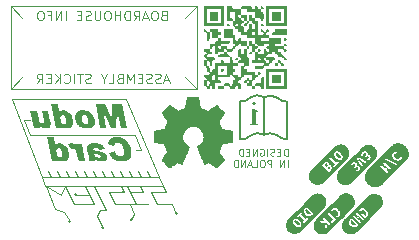
<source format=gbr>
%TF.GenerationSoftware,KiCad,Pcbnew,8.0.9-8.0.9-0~ubuntu24.04.1*%
%TF.CreationDate,2025-02-22T12:00:59+00:00*%
%TF.ProjectId,base-module,62617365-2d6d-46f6-9475-6c652e6b6963,1.0.0*%
%TF.SameCoordinates,Original*%
%TF.FileFunction,Legend,Bot*%
%TF.FilePolarity,Positive*%
%FSLAX46Y46*%
G04 Gerber Fmt 4.6, Leading zero omitted, Abs format (unit mm)*
G04 Created by KiCad (PCBNEW 8.0.9-8.0.9-0~ubuntu24.04.1) date 2025-02-22 12:00:59*
%MOMM*%
%LPD*%
G01*
G04 APERTURE LIST*
%ADD10C,0.100000*%
%ADD11C,0.200000*%
%ADD12C,0.400000*%
%ADD13C,0.000000*%
%ADD14C,0.120000*%
%ADD15C,0.010000*%
G04 APERTURE END LIST*
D10*
X110673167Y-122082759D02*
X109403167Y-122082759D01*
X111431119Y-124475403D02*
G75*
G02*
X111243977Y-124475403I-93571J0D01*
G01*
X111243977Y-124475403D02*
G75*
G02*
X111431119Y-124475403I93571J0D01*
G01*
X105720167Y-121574759D02*
X105339167Y-122336759D01*
X104069167Y-121594858D02*
X104829887Y-123584610D01*
X101223250Y-114237001D02*
X103763250Y-120841001D01*
X110419167Y-121574759D02*
X110673167Y-122082759D01*
X107371167Y-121574759D02*
X108133167Y-123098759D01*
X109911167Y-123098759D02*
X111181167Y-123098759D01*
X114302033Y-122089869D02*
X112959167Y-122082759D01*
D11*
X121445151Y-114097059D02*
G75*
G02*
X120541969Y-114452681I-880051J910359D01*
G01*
D10*
X113467835Y-123100168D02*
X114739629Y-123098118D01*
X114036777Y-121574883D02*
X114302033Y-122089869D01*
X110766738Y-122082759D02*
G75*
G02*
X110579596Y-122082759I-93571J0D01*
G01*
X110579596Y-122082759D02*
G75*
G02*
X110766738Y-122082759I93571J0D01*
G01*
X107752167Y-122336759D02*
X106635880Y-122336759D01*
X104059878Y-121576282D02*
X114036777Y-121574883D01*
X115247629Y-123953689D02*
G75*
G02*
X115060487Y-123953689I-93571J0D01*
G01*
X115060487Y-123953689D02*
G75*
G02*
X115247629Y-123953689I93571J0D01*
G01*
X108133167Y-121574759D02*
X108895167Y-123098759D01*
X115870000Y-107385001D02*
X116870000Y-106385001D01*
X102810750Y-117285001D02*
X111129250Y-117285001D01*
X108843250Y-120841001D02*
X110113250Y-120841001D01*
X112959167Y-122082759D02*
X113467835Y-123100168D01*
D11*
X121464552Y-117306878D02*
G75*
G02*
X122568255Y-117273806I578348J-867722D01*
G01*
D10*
X111595596Y-123954330D02*
X111181167Y-123098759D01*
D11*
X122553110Y-117273028D02*
G75*
G02*
X123656836Y-117306079I525390J-900572D01*
G01*
X122553110Y-117273028D02*
X122570000Y-114085001D01*
X121434629Y-114097246D02*
G75*
G02*
X122538346Y-114064148I578371J-867554D01*
G01*
D10*
X109097250Y-120841001D02*
X108843250Y-120333001D01*
D11*
X124534310Y-117654027D02*
X124544936Y-114470564D01*
D10*
X101109026Y-106391940D02*
X116909025Y-106391940D01*
X116909025Y-113391940D01*
X101109026Y-113391940D01*
X101109026Y-106391940D01*
X112145250Y-120841001D02*
X111764250Y-120841001D01*
X108641167Y-123606759D02*
X108387167Y-124114759D01*
X112186119Y-118561051D02*
X111691028Y-118558852D01*
X112907250Y-120841001D02*
X112653250Y-120333001D01*
X102109026Y-107391940D02*
X101109026Y-106391940D01*
X107573250Y-120841001D02*
X107319250Y-120333001D01*
X111383250Y-120841001D02*
X111129250Y-120333001D01*
X111689167Y-123098759D02*
X112705167Y-123098759D01*
X112145250Y-120841001D02*
X113415250Y-120841001D01*
D11*
X124544936Y-114470564D02*
G75*
G02*
X123646333Y-114111467I-10436J1277764D01*
G01*
D10*
X115154058Y-123953689D02*
X114739629Y-123098118D01*
X108133167Y-123098759D02*
X106482167Y-123098759D01*
D11*
X121476113Y-117307766D02*
G75*
G02*
X120529419Y-117662263I-880913J911166D01*
G01*
D10*
X111591548Y-123967403D02*
X111337548Y-124475403D01*
D11*
X122570000Y-114085001D02*
G75*
G02*
X123646321Y-114111473I516700J-885799D01*
G01*
D10*
X104525250Y-120841001D02*
X104271250Y-120333001D01*
X113669250Y-120841001D02*
X114036777Y-121574883D01*
X102227663Y-116003414D02*
X102722754Y-116005613D01*
X105287250Y-120841001D02*
X105033250Y-120333001D01*
X104829887Y-123584610D02*
X105591887Y-123838610D01*
X104059878Y-121576282D02*
X103763250Y-120841001D01*
X102109585Y-112391381D02*
X101109026Y-113391940D01*
X107065250Y-120841001D02*
X105795250Y-120841001D01*
X112324167Y-122082759D02*
X111181167Y-122082759D01*
X110621250Y-120841001D02*
X110367250Y-120333001D01*
X105339167Y-122336759D02*
X104069167Y-121594858D01*
X108589250Y-120841001D02*
X107065250Y-120841001D01*
X115870000Y-112385001D02*
X116870000Y-113385001D01*
X108988738Y-125130759D02*
G75*
G02*
X108801596Y-125130759I-93571J0D01*
G01*
X108801596Y-125130759D02*
G75*
G02*
X108988738Y-125130759I93571J0D01*
G01*
D11*
X120529418Y-117662875D02*
X120541970Y-114452649D01*
D10*
X106193458Y-124600610D02*
G75*
G02*
X106006316Y-124600610I-93571J0D01*
G01*
X106006316Y-124600610D02*
G75*
G02*
X106193458Y-124600610I93571J0D01*
G01*
X112145250Y-120841001D02*
X111891250Y-120333001D01*
X112070167Y-121574759D02*
X112324167Y-122082759D01*
X109403167Y-122082759D02*
X109909373Y-123100809D01*
X109859250Y-120841001D02*
X109605250Y-120333001D01*
X108895167Y-123098759D02*
X109149167Y-123606759D01*
X113669250Y-120841001D02*
X110875250Y-114237001D01*
X108843250Y-120841001D02*
X108589250Y-120841001D01*
X109149167Y-123606759D02*
X108641167Y-123606759D01*
X106729451Y-122336759D02*
G75*
G02*
X106542309Y-122336759I-93571J0D01*
G01*
X106542309Y-122336759D02*
G75*
G02*
X106729451Y-122336759I93571J0D01*
G01*
X108387167Y-124114759D02*
X108895167Y-125130759D01*
X108335250Y-120841001D02*
X108081250Y-120333001D01*
X106049250Y-120841001D02*
X105795250Y-120333001D01*
X106811250Y-120841001D02*
X106557250Y-120333001D01*
X111181167Y-123098759D02*
X111689167Y-123098759D01*
X111181167Y-122082759D02*
X111687373Y-123100809D01*
X105591887Y-123838610D02*
X106099887Y-124600610D01*
X110875250Y-114237001D02*
X101223250Y-114237001D01*
X102227663Y-116003414D02*
X102747250Y-117285001D01*
X110927167Y-121574759D02*
X111181167Y-122082759D01*
X112186119Y-118561051D02*
X111666532Y-117279464D01*
X105720167Y-121574759D02*
X106482167Y-123098759D01*
X111129250Y-117285001D02*
X111666532Y-117279464D01*
D11*
X124534310Y-117654027D02*
G75*
G02*
X123651633Y-117300399I-8010J1258427D01*
G01*
D10*
X103763250Y-120841001D02*
X113669250Y-120841001D01*
D11*
G36*
X109954905Y-118672160D02*
G01*
X109454695Y-118829941D01*
X109500964Y-118925741D01*
X109551721Y-119014388D01*
X109606966Y-119095883D01*
X109675598Y-119180261D01*
X109702846Y-119209495D01*
X109778897Y-119280813D01*
X109860016Y-119342851D01*
X109946204Y-119395608D01*
X110037459Y-119439083D01*
X110135858Y-119472849D01*
X110243966Y-119496968D01*
X110346525Y-119510158D01*
X110456517Y-119515962D01*
X110489308Y-119516264D01*
X110604850Y-119512949D01*
X110710775Y-119503006D01*
X110807083Y-119486434D01*
X110907288Y-119458721D01*
X110994402Y-119421986D01*
X111081109Y-119365657D01*
X111157068Y-119291438D01*
X111214717Y-119211820D01*
X111264138Y-119118505D01*
X111276747Y-119089327D01*
X111307401Y-118995263D01*
X111325725Y-118891857D01*
X111331719Y-118779108D01*
X111327294Y-118678015D01*
X111314307Y-118570433D01*
X111297752Y-118479697D01*
X111268786Y-118359568D01*
X111233180Y-118246598D01*
X111190934Y-118140787D01*
X111142047Y-118042136D01*
X111086520Y-117950644D01*
X111024353Y-117866312D01*
X110955545Y-117789138D01*
X110880097Y-117719125D01*
X110798703Y-117656728D01*
X110712302Y-117602651D01*
X110620894Y-117556894D01*
X110524479Y-117519456D01*
X110423057Y-117490338D01*
X110316628Y-117469539D01*
X110205193Y-117457060D01*
X110088750Y-117452900D01*
X109977104Y-117456669D01*
X109874808Y-117467974D01*
X109764395Y-117491490D01*
X109667446Y-117525860D01*
X109571356Y-117579675D01*
X109535784Y-117607261D01*
X109463583Y-117682719D01*
X109405126Y-117774024D01*
X109365959Y-117864900D01*
X109336890Y-117967419D01*
X109317919Y-118081581D01*
X109880166Y-118203214D01*
X109898249Y-118104359D01*
X109911918Y-118069369D01*
X109972195Y-117990499D01*
X110014012Y-117960437D01*
X110106366Y-117927273D01*
X110171304Y-117921846D01*
X110270986Y-117932257D01*
X110373858Y-117968858D01*
X110457061Y-118023515D01*
X110523502Y-118088420D01*
X110580290Y-118169104D01*
X110623697Y-118259574D01*
X110656218Y-118353210D01*
X110683643Y-118460356D01*
X110687145Y-118476766D01*
X110704905Y-118574022D01*
X110717087Y-118677474D01*
X110718709Y-118779892D01*
X110700875Y-118882653D01*
X110681283Y-118925684D01*
X110610689Y-118999804D01*
X110519788Y-119037696D01*
X110426782Y-119047317D01*
X110323876Y-119037967D01*
X110225445Y-119006084D01*
X110142483Y-118951574D01*
X110070951Y-118875140D01*
X110012332Y-118787824D01*
X109964797Y-118694718D01*
X109954905Y-118672160D01*
G37*
G36*
X108354397Y-117986420D02*
G01*
X108454643Y-117994486D01*
X108559790Y-118010262D01*
X108593297Y-118017078D01*
X108691020Y-118043974D01*
X108782539Y-118084024D01*
X108818548Y-118105075D01*
X108902014Y-118165391D01*
X108975491Y-118239362D01*
X109020657Y-118301720D01*
X109071581Y-118393678D01*
X109111290Y-118484582D01*
X108601799Y-118547108D01*
X108560606Y-118479376D01*
X108487982Y-118407401D01*
X108473009Y-118398846D01*
X108376181Y-118367430D01*
X108276468Y-118359529D01*
X108228474Y-118362155D01*
X108138715Y-118401539D01*
X108121072Y-118445595D01*
X108127480Y-118547108D01*
X108141224Y-118551995D01*
X108234336Y-118582890D01*
X108334109Y-118611100D01*
X108340343Y-118612662D01*
X108437813Y-118634570D01*
X108541983Y-118655941D01*
X108638503Y-118674975D01*
X108750788Y-118696585D01*
X108860679Y-118721121D01*
X108956125Y-118750707D01*
X109047518Y-118790702D01*
X109135226Y-118849969D01*
X109205620Y-118927526D01*
X109256273Y-119018474D01*
X109285191Y-119112774D01*
X109293196Y-119214288D01*
X109269713Y-119313611D01*
X109212407Y-119400004D01*
X109149178Y-119450868D01*
X109055931Y-119490718D01*
X108953387Y-119510700D01*
X108848485Y-119516264D01*
X108801033Y-119515317D01*
X108698229Y-119506267D01*
X108600912Y-119487634D01*
X108499217Y-119455691D01*
X108418009Y-119417023D01*
X108333567Y-119364156D01*
X108253998Y-119303772D01*
X108254486Y-119398050D01*
X108232016Y-119485001D01*
X107719106Y-119485001D01*
X107730715Y-119436207D01*
X107743530Y-119335035D01*
X107739158Y-119270206D01*
X107722525Y-119172858D01*
X107650898Y-118828476D01*
X108186098Y-118828476D01*
X108202707Y-118909076D01*
X108221002Y-118975136D01*
X108267675Y-119062949D01*
X108315133Y-119110874D01*
X108400055Y-119162600D01*
X108476978Y-119190650D01*
X108578352Y-119203633D01*
X108609373Y-119202310D01*
X108702916Y-119166019D01*
X108705188Y-119163617D01*
X108727829Y-119068322D01*
X108723268Y-119052263D01*
X108662372Y-118975021D01*
X108628544Y-118955146D01*
X108532320Y-118919924D01*
X108434737Y-118894421D01*
X108386852Y-118883322D01*
X108285105Y-118857269D01*
X108186098Y-118828476D01*
X107650898Y-118828476D01*
X107587703Y-118524638D01*
X107584008Y-118505130D01*
X107575579Y-118404888D01*
X107582818Y-118307261D01*
X107605111Y-118217248D01*
X107656580Y-118130918D01*
X107694667Y-118094540D01*
X107781525Y-118042609D01*
X107880306Y-118012705D01*
X107958311Y-118000309D01*
X108061467Y-117990598D01*
X108166850Y-117985728D01*
X108269629Y-117984372D01*
X108354397Y-117986420D01*
G37*
G36*
X107118757Y-118015636D02*
G01*
X106606335Y-118015636D01*
X106656649Y-118257924D01*
X106598024Y-118177725D01*
X106529834Y-118100693D01*
X106459790Y-118042991D01*
X106369136Y-118000916D01*
X106267534Y-117984601D01*
X106253160Y-117984372D01*
X106153918Y-117996868D01*
X106060163Y-118030585D01*
X106004521Y-118060088D01*
X106257068Y-118463577D01*
X106350696Y-118428908D01*
X106401660Y-118422056D01*
X106502044Y-118444892D01*
X106582400Y-118507782D01*
X106587284Y-118513402D01*
X106646919Y-118603129D01*
X106689134Y-118697439D01*
X106722416Y-118795356D01*
X106753018Y-118909038D01*
X106771932Y-118993584D01*
X106874025Y-119485001D01*
X107424060Y-119485001D01*
X107118757Y-118015636D01*
G37*
G36*
X104888820Y-118142153D02*
G01*
X104961116Y-118073033D01*
X105049043Y-118023940D01*
X105073482Y-118014666D01*
X105174104Y-117990903D01*
X105272769Y-117984372D01*
X105369135Y-117991173D01*
X105476959Y-118016298D01*
X105579828Y-118059935D01*
X105664058Y-118112073D01*
X105744647Y-118177813D01*
X105807007Y-118242296D01*
X105873182Y-118330727D01*
X105929911Y-118431214D01*
X105969970Y-118524162D01*
X106003470Y-118625483D01*
X106030411Y-118735175D01*
X106038217Y-118775519D01*
X106051772Y-118873023D01*
X106056798Y-118983699D01*
X106049562Y-119087472D01*
X106030065Y-119184341D01*
X105991820Y-119288629D01*
X105954022Y-119354208D01*
X105885918Y-119427344D01*
X105800096Y-119478695D01*
X105696556Y-119508261D01*
X105593704Y-119516264D01*
X105522111Y-119512630D01*
X105418269Y-119493557D01*
X105318687Y-119458134D01*
X105246971Y-119418212D01*
X105166827Y-119358895D01*
X105086656Y-119288141D01*
X105127689Y-119485001D01*
X104615756Y-119485001D01*
X104440102Y-118640543D01*
X104993720Y-118640543D01*
X105008987Y-118741037D01*
X105014721Y-118767135D01*
X105041206Y-118862252D01*
X105082298Y-118960283D01*
X105143321Y-119047317D01*
X105154554Y-119058675D01*
X105236499Y-119117659D01*
X105337250Y-119141107D01*
X105413345Y-119123342D01*
X105482330Y-119048294D01*
X105505067Y-118963275D01*
X105504065Y-118858909D01*
X105487703Y-118754714D01*
X105481996Y-118728510D01*
X105456152Y-118633270D01*
X105417063Y-118535774D01*
X105360208Y-118450388D01*
X105279322Y-118385172D01*
X105181423Y-118359529D01*
X105091857Y-118380352D01*
X105020711Y-118454296D01*
X104994790Y-118538811D01*
X104993720Y-118640543D01*
X104440102Y-118640543D01*
X104199566Y-117484163D01*
X104752044Y-117484163D01*
X104888820Y-118142153D01*
G37*
D10*
X114490855Y-112660263D02*
X114109902Y-112660263D01*
X114567045Y-112888835D02*
X114300378Y-112088835D01*
X114300378Y-112088835D02*
X114033712Y-112888835D01*
X113805141Y-112850740D02*
X113690855Y-112888835D01*
X113690855Y-112888835D02*
X113500379Y-112888835D01*
X113500379Y-112888835D02*
X113424188Y-112850740D01*
X113424188Y-112850740D02*
X113386093Y-112812644D01*
X113386093Y-112812644D02*
X113347998Y-112736454D01*
X113347998Y-112736454D02*
X113347998Y-112660263D01*
X113347998Y-112660263D02*
X113386093Y-112584073D01*
X113386093Y-112584073D02*
X113424188Y-112545978D01*
X113424188Y-112545978D02*
X113500379Y-112507882D01*
X113500379Y-112507882D02*
X113652760Y-112469787D01*
X113652760Y-112469787D02*
X113728950Y-112431692D01*
X113728950Y-112431692D02*
X113767045Y-112393597D01*
X113767045Y-112393597D02*
X113805141Y-112317406D01*
X113805141Y-112317406D02*
X113805141Y-112241216D01*
X113805141Y-112241216D02*
X113767045Y-112165025D01*
X113767045Y-112165025D02*
X113728950Y-112126930D01*
X113728950Y-112126930D02*
X113652760Y-112088835D01*
X113652760Y-112088835D02*
X113462283Y-112088835D01*
X113462283Y-112088835D02*
X113347998Y-112126930D01*
X113043236Y-112850740D02*
X112928950Y-112888835D01*
X112928950Y-112888835D02*
X112738474Y-112888835D01*
X112738474Y-112888835D02*
X112662283Y-112850740D01*
X112662283Y-112850740D02*
X112624188Y-112812644D01*
X112624188Y-112812644D02*
X112586093Y-112736454D01*
X112586093Y-112736454D02*
X112586093Y-112660263D01*
X112586093Y-112660263D02*
X112624188Y-112584073D01*
X112624188Y-112584073D02*
X112662283Y-112545978D01*
X112662283Y-112545978D02*
X112738474Y-112507882D01*
X112738474Y-112507882D02*
X112890855Y-112469787D01*
X112890855Y-112469787D02*
X112967045Y-112431692D01*
X112967045Y-112431692D02*
X113005140Y-112393597D01*
X113005140Y-112393597D02*
X113043236Y-112317406D01*
X113043236Y-112317406D02*
X113043236Y-112241216D01*
X113043236Y-112241216D02*
X113005140Y-112165025D01*
X113005140Y-112165025D02*
X112967045Y-112126930D01*
X112967045Y-112126930D02*
X112890855Y-112088835D01*
X112890855Y-112088835D02*
X112700378Y-112088835D01*
X112700378Y-112088835D02*
X112586093Y-112126930D01*
X112243235Y-112469787D02*
X111976569Y-112469787D01*
X111862283Y-112888835D02*
X112243235Y-112888835D01*
X112243235Y-112888835D02*
X112243235Y-112088835D01*
X112243235Y-112088835D02*
X111862283Y-112088835D01*
X111519425Y-112888835D02*
X111519425Y-112088835D01*
X111519425Y-112088835D02*
X111252759Y-112660263D01*
X111252759Y-112660263D02*
X110986092Y-112088835D01*
X110986092Y-112088835D02*
X110986092Y-112888835D01*
X110338473Y-112469787D02*
X110224187Y-112507882D01*
X110224187Y-112507882D02*
X110186092Y-112545978D01*
X110186092Y-112545978D02*
X110147996Y-112622168D01*
X110147996Y-112622168D02*
X110147996Y-112736454D01*
X110147996Y-112736454D02*
X110186092Y-112812644D01*
X110186092Y-112812644D02*
X110224187Y-112850740D01*
X110224187Y-112850740D02*
X110300377Y-112888835D01*
X110300377Y-112888835D02*
X110605139Y-112888835D01*
X110605139Y-112888835D02*
X110605139Y-112088835D01*
X110605139Y-112088835D02*
X110338473Y-112088835D01*
X110338473Y-112088835D02*
X110262282Y-112126930D01*
X110262282Y-112126930D02*
X110224187Y-112165025D01*
X110224187Y-112165025D02*
X110186092Y-112241216D01*
X110186092Y-112241216D02*
X110186092Y-112317406D01*
X110186092Y-112317406D02*
X110224187Y-112393597D01*
X110224187Y-112393597D02*
X110262282Y-112431692D01*
X110262282Y-112431692D02*
X110338473Y-112469787D01*
X110338473Y-112469787D02*
X110605139Y-112469787D01*
X109424187Y-112888835D02*
X109805139Y-112888835D01*
X109805139Y-112888835D02*
X109805139Y-112088835D01*
X109005139Y-112507882D02*
X109005139Y-112888835D01*
X109271806Y-112088835D02*
X109005139Y-112507882D01*
X109005139Y-112507882D02*
X108738473Y-112088835D01*
X107900378Y-112850740D02*
X107786092Y-112888835D01*
X107786092Y-112888835D02*
X107595616Y-112888835D01*
X107595616Y-112888835D02*
X107519425Y-112850740D01*
X107519425Y-112850740D02*
X107481330Y-112812644D01*
X107481330Y-112812644D02*
X107443235Y-112736454D01*
X107443235Y-112736454D02*
X107443235Y-112660263D01*
X107443235Y-112660263D02*
X107481330Y-112584073D01*
X107481330Y-112584073D02*
X107519425Y-112545978D01*
X107519425Y-112545978D02*
X107595616Y-112507882D01*
X107595616Y-112507882D02*
X107747997Y-112469787D01*
X107747997Y-112469787D02*
X107824187Y-112431692D01*
X107824187Y-112431692D02*
X107862282Y-112393597D01*
X107862282Y-112393597D02*
X107900378Y-112317406D01*
X107900378Y-112317406D02*
X107900378Y-112241216D01*
X107900378Y-112241216D02*
X107862282Y-112165025D01*
X107862282Y-112165025D02*
X107824187Y-112126930D01*
X107824187Y-112126930D02*
X107747997Y-112088835D01*
X107747997Y-112088835D02*
X107557520Y-112088835D01*
X107557520Y-112088835D02*
X107443235Y-112126930D01*
X107214663Y-112088835D02*
X106757520Y-112088835D01*
X106986092Y-112888835D02*
X106986092Y-112088835D01*
X106490853Y-112888835D02*
X106490853Y-112088835D01*
X105652758Y-112812644D02*
X105690854Y-112850740D01*
X105690854Y-112850740D02*
X105805139Y-112888835D01*
X105805139Y-112888835D02*
X105881330Y-112888835D01*
X105881330Y-112888835D02*
X105995616Y-112850740D01*
X105995616Y-112850740D02*
X106071806Y-112774549D01*
X106071806Y-112774549D02*
X106109901Y-112698359D01*
X106109901Y-112698359D02*
X106147997Y-112545978D01*
X106147997Y-112545978D02*
X106147997Y-112431692D01*
X106147997Y-112431692D02*
X106109901Y-112279311D01*
X106109901Y-112279311D02*
X106071806Y-112203120D01*
X106071806Y-112203120D02*
X105995616Y-112126930D01*
X105995616Y-112126930D02*
X105881330Y-112088835D01*
X105881330Y-112088835D02*
X105805139Y-112088835D01*
X105805139Y-112088835D02*
X105690854Y-112126930D01*
X105690854Y-112126930D02*
X105652758Y-112165025D01*
X105309901Y-112888835D02*
X105309901Y-112088835D01*
X104852758Y-112888835D02*
X105195616Y-112431692D01*
X104852758Y-112088835D02*
X105309901Y-112545978D01*
X104509901Y-112469787D02*
X104243235Y-112469787D01*
X104128949Y-112888835D02*
X104509901Y-112888835D01*
X104509901Y-112888835D02*
X104509901Y-112088835D01*
X104509901Y-112088835D02*
X104128949Y-112088835D01*
X103328948Y-112888835D02*
X103595615Y-112507882D01*
X103786091Y-112888835D02*
X103786091Y-112088835D01*
X103786091Y-112088835D02*
X103481329Y-112088835D01*
X103481329Y-112088835D02*
X103405139Y-112126930D01*
X103405139Y-112126930D02*
X103367044Y-112165025D01*
X103367044Y-112165025D02*
X103328948Y-112241216D01*
X103328948Y-112241216D02*
X103328948Y-112355501D01*
X103328948Y-112355501D02*
X103367044Y-112431692D01*
X103367044Y-112431692D02*
X103405139Y-112469787D01*
X103405139Y-112469787D02*
X103481329Y-112507882D01*
X103481329Y-112507882D02*
X103786091Y-112507882D01*
D11*
G36*
X110518154Y-114690163D02*
G01*
X109717526Y-114690163D01*
X109660373Y-115902585D01*
X109100568Y-114690163D01*
X108301894Y-114690163D01*
X108718084Y-116691001D01*
X109215851Y-116691001D01*
X108896381Y-115155201D01*
X109601266Y-116691001D01*
X110051162Y-116691001D01*
X110116619Y-115155201D01*
X110436088Y-116691001D01*
X110934344Y-116691001D01*
X110518154Y-114690163D01*
G37*
G36*
X107307887Y-115191222D02*
G01*
X107420315Y-115200774D01*
X107527400Y-115220941D01*
X107629143Y-115251722D01*
X107725542Y-115293117D01*
X107816599Y-115345126D01*
X107902313Y-115407749D01*
X107934706Y-115435380D01*
X108009009Y-115508484D01*
X108073771Y-115587336D01*
X108128993Y-115671936D01*
X108174674Y-115762284D01*
X108210815Y-115858381D01*
X108237414Y-115960226D01*
X108248886Y-116026605D01*
X108256709Y-116131837D01*
X108247459Y-116249205D01*
X108217875Y-116356853D01*
X108167958Y-116454781D01*
X108097707Y-116542989D01*
X108075187Y-116564698D01*
X107985969Y-116629650D01*
X107896622Y-116671668D01*
X107795391Y-116701080D01*
X107682276Y-116717887D01*
X107578935Y-116722264D01*
X107531178Y-116721420D01*
X107415993Y-116711932D01*
X107306818Y-116691901D01*
X107203654Y-116661328D01*
X107106501Y-116620212D01*
X107015358Y-116568554D01*
X106930226Y-116506353D01*
X106898068Y-116478887D01*
X106824268Y-116406048D01*
X106759890Y-116327247D01*
X106704933Y-116242482D01*
X106659397Y-116151754D01*
X106623283Y-116055064D01*
X106596591Y-115952410D01*
X106581822Y-115860702D01*
X106581219Y-115848491D01*
X107130570Y-115848491D01*
X107145649Y-115949968D01*
X107151228Y-115975594D01*
X107181436Y-116079862D01*
X107224789Y-116174506D01*
X107284379Y-116252829D01*
X107308665Y-116274925D01*
X107399199Y-116329061D01*
X107498335Y-116347107D01*
X107505604Y-116347013D01*
X107600551Y-116323171D01*
X107672725Y-116251363D01*
X107701713Y-116164924D01*
X107703907Y-116059981D01*
X107688356Y-115955830D01*
X107683006Y-115931556D01*
X107653451Y-115832101D01*
X107610097Y-115740357D01*
X107549626Y-115662250D01*
X107518419Y-115634386D01*
X107432367Y-115584042D01*
X107331762Y-115565529D01*
X107232965Y-115589343D01*
X107162257Y-115660784D01*
X107133131Y-115745872D01*
X107130570Y-115848491D01*
X106581219Y-115848491D01*
X106576693Y-115756792D01*
X106588073Y-115644029D01*
X106618153Y-115540382D01*
X106666933Y-115445850D01*
X106677540Y-115430133D01*
X106751980Y-115346304D01*
X106844934Y-115280438D01*
X106936537Y-115239273D01*
X107040996Y-115210581D01*
X107158311Y-115194364D01*
X107261420Y-115190372D01*
X107307887Y-115191222D01*
G37*
G36*
X105226877Y-115348153D02*
G01*
X105299173Y-115279033D01*
X105387100Y-115229940D01*
X105411540Y-115220666D01*
X105512161Y-115196903D01*
X105610827Y-115190372D01*
X105707192Y-115197173D01*
X105815016Y-115222298D01*
X105917886Y-115265935D01*
X106002115Y-115318073D01*
X106082704Y-115383813D01*
X106145064Y-115448296D01*
X106211239Y-115536727D01*
X106267968Y-115637214D01*
X106308027Y-115730162D01*
X106341527Y-115831483D01*
X106368468Y-115941175D01*
X106376274Y-115981519D01*
X106389829Y-116079023D01*
X106394855Y-116189699D01*
X106387620Y-116293472D01*
X106368122Y-116390341D01*
X106329878Y-116494629D01*
X106292080Y-116560208D01*
X106223975Y-116633344D01*
X106138153Y-116684695D01*
X106034613Y-116714261D01*
X105931762Y-116722264D01*
X105860168Y-116718630D01*
X105756327Y-116699557D01*
X105656744Y-116664134D01*
X105585028Y-116624212D01*
X105504884Y-116564895D01*
X105424714Y-116494141D01*
X105465746Y-116691001D01*
X104953813Y-116691001D01*
X104778160Y-115846543D01*
X105331777Y-115846543D01*
X105347044Y-115947037D01*
X105352778Y-115973135D01*
X105379263Y-116068252D01*
X105420355Y-116166283D01*
X105481378Y-116253317D01*
X105492611Y-116264675D01*
X105574557Y-116323659D01*
X105675307Y-116347107D01*
X105751402Y-116329342D01*
X105820387Y-116254294D01*
X105843124Y-116169275D01*
X105842122Y-116064909D01*
X105825760Y-115960714D01*
X105820053Y-115934510D01*
X105794209Y-115839270D01*
X105755121Y-115741774D01*
X105698266Y-115656388D01*
X105617379Y-115591172D01*
X105519480Y-115565529D01*
X105429914Y-115586352D01*
X105358768Y-115660296D01*
X105332848Y-115744811D01*
X105331777Y-115846543D01*
X104778160Y-115846543D01*
X104537624Y-114690163D01*
X105090101Y-114690163D01*
X105226877Y-115348153D01*
G37*
G36*
X103086333Y-116691001D02*
G01*
X103597289Y-116691001D01*
X103547952Y-116453108D01*
X103619270Y-116520672D01*
X103697169Y-116584200D01*
X103780822Y-116639288D01*
X103821504Y-116660714D01*
X103914676Y-116695757D01*
X104017547Y-116716253D01*
X104119480Y-116722264D01*
X104224443Y-116713593D01*
X104323696Y-116683110D01*
X104410593Y-116623500D01*
X104444811Y-116583534D01*
X104487994Y-116493399D01*
X104505228Y-116393428D01*
X104503979Y-116290625D01*
X104490779Y-116191123D01*
X104483890Y-116155620D01*
X104289961Y-115221636D01*
X103740415Y-115221636D01*
X103908454Y-116030079D01*
X103920907Y-116129179D01*
X103899661Y-116226451D01*
X103813840Y-116280947D01*
X103772166Y-116284580D01*
X103673359Y-116262798D01*
X103595335Y-116207400D01*
X103537562Y-116123977D01*
X103501460Y-116032157D01*
X103475167Y-115928963D01*
X103328133Y-115221636D01*
X102781029Y-115221636D01*
X103086333Y-116691001D01*
G37*
D12*
G36*
X121589185Y-115061829D02*
G01*
X121589185Y-116111829D01*
X121580392Y-116245186D01*
X121552548Y-116306002D01*
X121502723Y-116325053D01*
X121397210Y-116327984D01*
X121397210Y-116421774D01*
X122058131Y-116421774D01*
X122058131Y-116327984D01*
X121941627Y-116319924D01*
X121892534Y-116290615D01*
X121872018Y-116224670D01*
X121866889Y-116107433D01*
X121866889Y-115607712D01*
X121869160Y-115458687D01*
X121871285Y-115415004D01*
X121883741Y-115316086D01*
X121904258Y-115281648D01*
X121942360Y-115275786D01*
X121979729Y-115280915D01*
X122047140Y-115302164D01*
X122086707Y-115212771D01*
X121678577Y-115061829D01*
X121589185Y-115061829D01*
G37*
G36*
X121727670Y-114405305D02*
G01*
X121611899Y-114452932D01*
X121564272Y-114569436D01*
X121611166Y-114685207D01*
X121727670Y-114733567D01*
X121844907Y-114685207D01*
X121891801Y-114569436D01*
X121844907Y-114452932D01*
X121727670Y-114405305D01*
G37*
D10*
X114047068Y-107162848D02*
X113932782Y-107200943D01*
X113932782Y-107200943D02*
X113894687Y-107239039D01*
X113894687Y-107239039D02*
X113856591Y-107315229D01*
X113856591Y-107315229D02*
X113856591Y-107429515D01*
X113856591Y-107429515D02*
X113894687Y-107505705D01*
X113894687Y-107505705D02*
X113932782Y-107543801D01*
X113932782Y-107543801D02*
X114008972Y-107581896D01*
X114008972Y-107581896D02*
X114313734Y-107581896D01*
X114313734Y-107581896D02*
X114313734Y-106781896D01*
X114313734Y-106781896D02*
X114047068Y-106781896D01*
X114047068Y-106781896D02*
X113970877Y-106819991D01*
X113970877Y-106819991D02*
X113932782Y-106858086D01*
X113932782Y-106858086D02*
X113894687Y-106934277D01*
X113894687Y-106934277D02*
X113894687Y-107010467D01*
X113894687Y-107010467D02*
X113932782Y-107086658D01*
X113932782Y-107086658D02*
X113970877Y-107124753D01*
X113970877Y-107124753D02*
X114047068Y-107162848D01*
X114047068Y-107162848D02*
X114313734Y-107162848D01*
X113361353Y-106781896D02*
X113208972Y-106781896D01*
X113208972Y-106781896D02*
X113132782Y-106819991D01*
X113132782Y-106819991D02*
X113056591Y-106896181D01*
X113056591Y-106896181D02*
X113018496Y-107048562D01*
X113018496Y-107048562D02*
X113018496Y-107315229D01*
X113018496Y-107315229D02*
X113056591Y-107467610D01*
X113056591Y-107467610D02*
X113132782Y-107543801D01*
X113132782Y-107543801D02*
X113208972Y-107581896D01*
X113208972Y-107581896D02*
X113361353Y-107581896D01*
X113361353Y-107581896D02*
X113437544Y-107543801D01*
X113437544Y-107543801D02*
X113513734Y-107467610D01*
X113513734Y-107467610D02*
X113551830Y-107315229D01*
X113551830Y-107315229D02*
X113551830Y-107048562D01*
X113551830Y-107048562D02*
X113513734Y-106896181D01*
X113513734Y-106896181D02*
X113437544Y-106819991D01*
X113437544Y-106819991D02*
X113361353Y-106781896D01*
X112713735Y-107353324D02*
X112332782Y-107353324D01*
X112789925Y-107581896D02*
X112523258Y-106781896D01*
X112523258Y-106781896D02*
X112256592Y-107581896D01*
X111532782Y-107581896D02*
X111799449Y-107200943D01*
X111989925Y-107581896D02*
X111989925Y-106781896D01*
X111989925Y-106781896D02*
X111685163Y-106781896D01*
X111685163Y-106781896D02*
X111608973Y-106819991D01*
X111608973Y-106819991D02*
X111570878Y-106858086D01*
X111570878Y-106858086D02*
X111532782Y-106934277D01*
X111532782Y-106934277D02*
X111532782Y-107048562D01*
X111532782Y-107048562D02*
X111570878Y-107124753D01*
X111570878Y-107124753D02*
X111608973Y-107162848D01*
X111608973Y-107162848D02*
X111685163Y-107200943D01*
X111685163Y-107200943D02*
X111989925Y-107200943D01*
X111189925Y-107581896D02*
X111189925Y-106781896D01*
X111189925Y-106781896D02*
X110999449Y-106781896D01*
X110999449Y-106781896D02*
X110885163Y-106819991D01*
X110885163Y-106819991D02*
X110808973Y-106896181D01*
X110808973Y-106896181D02*
X110770878Y-106972372D01*
X110770878Y-106972372D02*
X110732782Y-107124753D01*
X110732782Y-107124753D02*
X110732782Y-107239039D01*
X110732782Y-107239039D02*
X110770878Y-107391420D01*
X110770878Y-107391420D02*
X110808973Y-107467610D01*
X110808973Y-107467610D02*
X110885163Y-107543801D01*
X110885163Y-107543801D02*
X110999449Y-107581896D01*
X110999449Y-107581896D02*
X111189925Y-107581896D01*
X110389925Y-107581896D02*
X110389925Y-106781896D01*
X110389925Y-107162848D02*
X109932782Y-107162848D01*
X109932782Y-107581896D02*
X109932782Y-106781896D01*
X109399449Y-106781896D02*
X109247068Y-106781896D01*
X109247068Y-106781896D02*
X109170878Y-106819991D01*
X109170878Y-106819991D02*
X109094687Y-106896181D01*
X109094687Y-106896181D02*
X109056592Y-107048562D01*
X109056592Y-107048562D02*
X109056592Y-107315229D01*
X109056592Y-107315229D02*
X109094687Y-107467610D01*
X109094687Y-107467610D02*
X109170878Y-107543801D01*
X109170878Y-107543801D02*
X109247068Y-107581896D01*
X109247068Y-107581896D02*
X109399449Y-107581896D01*
X109399449Y-107581896D02*
X109475640Y-107543801D01*
X109475640Y-107543801D02*
X109551830Y-107467610D01*
X109551830Y-107467610D02*
X109589926Y-107315229D01*
X109589926Y-107315229D02*
X109589926Y-107048562D01*
X109589926Y-107048562D02*
X109551830Y-106896181D01*
X109551830Y-106896181D02*
X109475640Y-106819991D01*
X109475640Y-106819991D02*
X109399449Y-106781896D01*
X108713735Y-106781896D02*
X108713735Y-107429515D01*
X108713735Y-107429515D02*
X108675640Y-107505705D01*
X108675640Y-107505705D02*
X108637545Y-107543801D01*
X108637545Y-107543801D02*
X108561354Y-107581896D01*
X108561354Y-107581896D02*
X108408973Y-107581896D01*
X108408973Y-107581896D02*
X108332783Y-107543801D01*
X108332783Y-107543801D02*
X108294688Y-107505705D01*
X108294688Y-107505705D02*
X108256592Y-107429515D01*
X108256592Y-107429515D02*
X108256592Y-106781896D01*
X107913736Y-107543801D02*
X107799450Y-107581896D01*
X107799450Y-107581896D02*
X107608974Y-107581896D01*
X107608974Y-107581896D02*
X107532783Y-107543801D01*
X107532783Y-107543801D02*
X107494688Y-107505705D01*
X107494688Y-107505705D02*
X107456593Y-107429515D01*
X107456593Y-107429515D02*
X107456593Y-107353324D01*
X107456593Y-107353324D02*
X107494688Y-107277134D01*
X107494688Y-107277134D02*
X107532783Y-107239039D01*
X107532783Y-107239039D02*
X107608974Y-107200943D01*
X107608974Y-107200943D02*
X107761355Y-107162848D01*
X107761355Y-107162848D02*
X107837545Y-107124753D01*
X107837545Y-107124753D02*
X107875640Y-107086658D01*
X107875640Y-107086658D02*
X107913736Y-107010467D01*
X107913736Y-107010467D02*
X107913736Y-106934277D01*
X107913736Y-106934277D02*
X107875640Y-106858086D01*
X107875640Y-106858086D02*
X107837545Y-106819991D01*
X107837545Y-106819991D02*
X107761355Y-106781896D01*
X107761355Y-106781896D02*
X107570878Y-106781896D01*
X107570878Y-106781896D02*
X107456593Y-106819991D01*
X107113735Y-107162848D02*
X106847069Y-107162848D01*
X106732783Y-107581896D02*
X107113735Y-107581896D01*
X107113735Y-107581896D02*
X107113735Y-106781896D01*
X107113735Y-106781896D02*
X106732783Y-106781896D01*
X105780401Y-107581896D02*
X105780401Y-106781896D01*
X105399449Y-107581896D02*
X105399449Y-106781896D01*
X105399449Y-106781896D02*
X104942306Y-107581896D01*
X104942306Y-107581896D02*
X104942306Y-106781896D01*
X104294688Y-107162848D02*
X104561354Y-107162848D01*
X104561354Y-107581896D02*
X104561354Y-106781896D01*
X104561354Y-106781896D02*
X104180402Y-106781896D01*
X103723259Y-106781896D02*
X103570878Y-106781896D01*
X103570878Y-106781896D02*
X103494688Y-106819991D01*
X103494688Y-106819991D02*
X103418497Y-106896181D01*
X103418497Y-106896181D02*
X103380402Y-107048562D01*
X103380402Y-107048562D02*
X103380402Y-107315229D01*
X103380402Y-107315229D02*
X103418497Y-107467610D01*
X103418497Y-107467610D02*
X103494688Y-107543801D01*
X103494688Y-107543801D02*
X103570878Y-107581896D01*
X103570878Y-107581896D02*
X103723259Y-107581896D01*
X103723259Y-107581896D02*
X103799450Y-107543801D01*
X103799450Y-107543801D02*
X103875640Y-107467610D01*
X103875640Y-107467610D02*
X103913736Y-107315229D01*
X103913736Y-107315229D02*
X103913736Y-107048562D01*
X103913736Y-107048562D02*
X103875640Y-106896181D01*
X103875640Y-106896181D02*
X103799450Y-106819991D01*
X103799450Y-106819991D02*
X103723259Y-106781896D01*
X124561353Y-119040406D02*
X124561353Y-118440406D01*
X124561353Y-118440406D02*
X124418496Y-118440406D01*
X124418496Y-118440406D02*
X124332782Y-118468977D01*
X124332782Y-118468977D02*
X124275639Y-118526120D01*
X124275639Y-118526120D02*
X124247068Y-118583263D01*
X124247068Y-118583263D02*
X124218496Y-118697549D01*
X124218496Y-118697549D02*
X124218496Y-118783263D01*
X124218496Y-118783263D02*
X124247068Y-118897549D01*
X124247068Y-118897549D02*
X124275639Y-118954692D01*
X124275639Y-118954692D02*
X124332782Y-119011835D01*
X124332782Y-119011835D02*
X124418496Y-119040406D01*
X124418496Y-119040406D02*
X124561353Y-119040406D01*
X123961353Y-118726120D02*
X123761353Y-118726120D01*
X123675639Y-119040406D02*
X123961353Y-119040406D01*
X123961353Y-119040406D02*
X123961353Y-118440406D01*
X123961353Y-118440406D02*
X123675639Y-118440406D01*
X123447068Y-119011835D02*
X123361354Y-119040406D01*
X123361354Y-119040406D02*
X123218496Y-119040406D01*
X123218496Y-119040406D02*
X123161354Y-119011835D01*
X123161354Y-119011835D02*
X123132782Y-118983263D01*
X123132782Y-118983263D02*
X123104211Y-118926120D01*
X123104211Y-118926120D02*
X123104211Y-118868977D01*
X123104211Y-118868977D02*
X123132782Y-118811835D01*
X123132782Y-118811835D02*
X123161354Y-118783263D01*
X123161354Y-118783263D02*
X123218496Y-118754692D01*
X123218496Y-118754692D02*
X123332782Y-118726120D01*
X123332782Y-118726120D02*
X123389925Y-118697549D01*
X123389925Y-118697549D02*
X123418496Y-118668977D01*
X123418496Y-118668977D02*
X123447068Y-118611835D01*
X123447068Y-118611835D02*
X123447068Y-118554692D01*
X123447068Y-118554692D02*
X123418496Y-118497549D01*
X123418496Y-118497549D02*
X123389925Y-118468977D01*
X123389925Y-118468977D02*
X123332782Y-118440406D01*
X123332782Y-118440406D02*
X123189925Y-118440406D01*
X123189925Y-118440406D02*
X123104211Y-118468977D01*
X122847067Y-119040406D02*
X122847067Y-118440406D01*
X122247068Y-118468977D02*
X122304211Y-118440406D01*
X122304211Y-118440406D02*
X122389925Y-118440406D01*
X122389925Y-118440406D02*
X122475639Y-118468977D01*
X122475639Y-118468977D02*
X122532782Y-118526120D01*
X122532782Y-118526120D02*
X122561353Y-118583263D01*
X122561353Y-118583263D02*
X122589925Y-118697549D01*
X122589925Y-118697549D02*
X122589925Y-118783263D01*
X122589925Y-118783263D02*
X122561353Y-118897549D01*
X122561353Y-118897549D02*
X122532782Y-118954692D01*
X122532782Y-118954692D02*
X122475639Y-119011835D01*
X122475639Y-119011835D02*
X122389925Y-119040406D01*
X122389925Y-119040406D02*
X122332782Y-119040406D01*
X122332782Y-119040406D02*
X122247068Y-119011835D01*
X122247068Y-119011835D02*
X122218496Y-118983263D01*
X122218496Y-118983263D02*
X122218496Y-118783263D01*
X122218496Y-118783263D02*
X122332782Y-118783263D01*
X121961353Y-119040406D02*
X121961353Y-118440406D01*
X121961353Y-118440406D02*
X121618496Y-119040406D01*
X121618496Y-119040406D02*
X121618496Y-118440406D01*
X121332782Y-118726120D02*
X121132782Y-118726120D01*
X121047068Y-119040406D02*
X121332782Y-119040406D01*
X121332782Y-119040406D02*
X121332782Y-118440406D01*
X121332782Y-118440406D02*
X121047068Y-118440406D01*
X120789925Y-119040406D02*
X120789925Y-118440406D01*
X120789925Y-118440406D02*
X120647068Y-118440406D01*
X120647068Y-118440406D02*
X120561354Y-118468977D01*
X120561354Y-118468977D02*
X120504211Y-118526120D01*
X120504211Y-118526120D02*
X120475640Y-118583263D01*
X120475640Y-118583263D02*
X120447068Y-118697549D01*
X120447068Y-118697549D02*
X120447068Y-118783263D01*
X120447068Y-118783263D02*
X120475640Y-118897549D01*
X120475640Y-118897549D02*
X120504211Y-118954692D01*
X120504211Y-118954692D02*
X120561354Y-119011835D01*
X120561354Y-119011835D02*
X120647068Y-119040406D01*
X120647068Y-119040406D02*
X120789925Y-119040406D01*
X124561353Y-120006372D02*
X124561353Y-119406372D01*
X124275639Y-120006372D02*
X124275639Y-119406372D01*
X124275639Y-119406372D02*
X123932782Y-120006372D01*
X123932782Y-120006372D02*
X123932782Y-119406372D01*
X123189925Y-120006372D02*
X123189925Y-119406372D01*
X123189925Y-119406372D02*
X122961354Y-119406372D01*
X122961354Y-119406372D02*
X122904211Y-119434943D01*
X122904211Y-119434943D02*
X122875640Y-119463515D01*
X122875640Y-119463515D02*
X122847068Y-119520658D01*
X122847068Y-119520658D02*
X122847068Y-119606372D01*
X122847068Y-119606372D02*
X122875640Y-119663515D01*
X122875640Y-119663515D02*
X122904211Y-119692086D01*
X122904211Y-119692086D02*
X122961354Y-119720658D01*
X122961354Y-119720658D02*
X123189925Y-119720658D01*
X122475640Y-119406372D02*
X122361354Y-119406372D01*
X122361354Y-119406372D02*
X122304211Y-119434943D01*
X122304211Y-119434943D02*
X122247068Y-119492086D01*
X122247068Y-119492086D02*
X122218497Y-119606372D01*
X122218497Y-119606372D02*
X122218497Y-119806372D01*
X122218497Y-119806372D02*
X122247068Y-119920658D01*
X122247068Y-119920658D02*
X122304211Y-119977801D01*
X122304211Y-119977801D02*
X122361354Y-120006372D01*
X122361354Y-120006372D02*
X122475640Y-120006372D01*
X122475640Y-120006372D02*
X122532783Y-119977801D01*
X122532783Y-119977801D02*
X122589925Y-119920658D01*
X122589925Y-119920658D02*
X122618497Y-119806372D01*
X122618497Y-119806372D02*
X122618497Y-119606372D01*
X122618497Y-119606372D02*
X122589925Y-119492086D01*
X122589925Y-119492086D02*
X122532783Y-119434943D01*
X122532783Y-119434943D02*
X122475640Y-119406372D01*
X121675640Y-120006372D02*
X121961354Y-120006372D01*
X121961354Y-120006372D02*
X121961354Y-119406372D01*
X121504212Y-119834943D02*
X121218498Y-119834943D01*
X121561355Y-120006372D02*
X121361355Y-119406372D01*
X121361355Y-119406372D02*
X121161355Y-120006372D01*
X120961354Y-120006372D02*
X120961354Y-119406372D01*
X120961354Y-119406372D02*
X120618497Y-120006372D01*
X120618497Y-120006372D02*
X120618497Y-119406372D01*
X120332783Y-120006372D02*
X120332783Y-119406372D01*
X120332783Y-119406372D02*
X120189926Y-119406372D01*
X120189926Y-119406372D02*
X120104212Y-119434943D01*
X120104212Y-119434943D02*
X120047069Y-119492086D01*
X120047069Y-119492086D02*
X120018498Y-119549229D01*
X120018498Y-119549229D02*
X119989926Y-119663515D01*
X119989926Y-119663515D02*
X119989926Y-119749229D01*
X119989926Y-119749229D02*
X120018498Y-119863515D01*
X120018498Y-119863515D02*
X120047069Y-119920658D01*
X120047069Y-119920658D02*
X120104212Y-119977801D01*
X120104212Y-119977801D02*
X120189926Y-120006372D01*
X120189926Y-120006372D02*
X120332783Y-120006372D01*
D13*
%TO.C,kibuzzard-67B624A4*%
G36*
X127875535Y-119698902D02*
G01*
X127925341Y-119730430D01*
X127958240Y-119815420D01*
X127906149Y-119903152D01*
X127845834Y-119963467D01*
X127692304Y-119809937D01*
X127715608Y-119781151D01*
X127742567Y-119752363D01*
X127783234Y-119718094D01*
X127827557Y-119697531D01*
X127875535Y-119698902D01*
G37*
G36*
X128140100Y-119996366D02*
G01*
X128166145Y-120035205D01*
X128167973Y-120071761D01*
X128151524Y-120106488D01*
X128123650Y-120138930D01*
X128096235Y-120164518D01*
X128068818Y-120186451D01*
X127939049Y-120056682D01*
X127982915Y-120012816D01*
X128066534Y-119966666D01*
X128140100Y-119996366D01*
G37*
G36*
X128785292Y-118800111D02*
G01*
X128837789Y-118825699D01*
X128895362Y-118867128D01*
X128958014Y-118924397D01*
X129014775Y-118986541D01*
X129055899Y-119043809D01*
X129081386Y-119096204D01*
X129089611Y-119164060D01*
X129061281Y-119217750D01*
X129008162Y-119245509D01*
X128940193Y-119237397D01*
X128887544Y-119212164D01*
X128830123Y-119171193D01*
X128767928Y-119114482D01*
X128710710Y-119051780D01*
X128689873Y-119022638D01*
X128793060Y-119022638D01*
X128821847Y-119078841D01*
X128878507Y-119108085D01*
X128934253Y-119088894D01*
X128952074Y-119034519D01*
X128923286Y-118977401D01*
X128866627Y-118949072D01*
X128812709Y-118967349D01*
X128793060Y-119022638D01*
X128689873Y-119022638D01*
X128669434Y-118994054D01*
X128644099Y-118941304D01*
X128635989Y-118873335D01*
X128663748Y-118820216D01*
X128664944Y-118819584D01*
X128717437Y-118791886D01*
X128785292Y-118800111D01*
G37*
G36*
X129131202Y-118084984D02*
G01*
X129203090Y-118095648D01*
X129273585Y-118113306D01*
X129342011Y-118137789D01*
X129407708Y-118168861D01*
X129470042Y-118206224D01*
X129528415Y-118249515D01*
X129582263Y-118298320D01*
X129631068Y-118352168D01*
X129674359Y-118410541D01*
X129711722Y-118472875D01*
X129742794Y-118538572D01*
X129767277Y-118606998D01*
X129784935Y-118677493D01*
X129795599Y-118749381D01*
X129799164Y-118821967D01*
X129795599Y-118894554D01*
X129784935Y-118966441D01*
X129767277Y-119036938D01*
X129742794Y-119105363D01*
X129711722Y-119171059D01*
X129674360Y-119233394D01*
X129631067Y-119291767D01*
X129582263Y-119345614D01*
X129582187Y-119345691D01*
X128292716Y-120635162D01*
X127645391Y-121282486D01*
X127591544Y-121331290D01*
X127533171Y-121374583D01*
X127470836Y-121411945D01*
X127405140Y-121443017D01*
X127336715Y-121467500D01*
X127266218Y-121485158D01*
X127194331Y-121495822D01*
X127121744Y-121499387D01*
X127049158Y-121495822D01*
X126977270Y-121485158D01*
X126906775Y-121467500D01*
X126838349Y-121443017D01*
X126772652Y-121411945D01*
X126710318Y-121374582D01*
X126651945Y-121331291D01*
X126598097Y-121282486D01*
X126549292Y-121228638D01*
X126506001Y-121170265D01*
X126468638Y-121107931D01*
X126437566Y-121042234D01*
X126413083Y-120973808D01*
X126395425Y-120903313D01*
X126384761Y-120831425D01*
X126381196Y-120758839D01*
X126384761Y-120686252D01*
X126395425Y-120614365D01*
X126413083Y-120543868D01*
X126437566Y-120475443D01*
X126468638Y-120409747D01*
X126506000Y-120347412D01*
X126549293Y-120289039D01*
X126598097Y-120235192D01*
X126995935Y-119837353D01*
X127494908Y-119837353D01*
X128044144Y-120386589D01*
X128124108Y-120325816D01*
X128204072Y-120254078D01*
X128258789Y-120192735D01*
X128295001Y-120136646D01*
X128323331Y-120038861D01*
X128306425Y-119959812D01*
X128261645Y-119898582D01*
X128218807Y-119865568D01*
X128170715Y-119846949D01*
X128068818Y-119850148D01*
X128092465Y-119777153D01*
X128090294Y-119715351D01*
X128069161Y-119663375D01*
X128035919Y-119619852D01*
X127984628Y-119577244D01*
X127933109Y-119551769D01*
X127831212Y-119544000D01*
X127781178Y-119558852D01*
X127731600Y-119585125D01*
X127682937Y-119620766D01*
X127635644Y-119663718D01*
X127598517Y-119702900D01*
X127562077Y-119745509D01*
X127527236Y-119790631D01*
X127494908Y-119837353D01*
X126995935Y-119837353D01*
X127245421Y-119587867D01*
X127402607Y-119430682D01*
X127584468Y-119248821D01*
X128065163Y-119248821D01*
X128537634Y-119721291D01*
X128388672Y-119870252D01*
X128481887Y-119963467D01*
X128893129Y-119552226D01*
X128799914Y-119459011D01*
X128650953Y-119607972D01*
X128178483Y-119135501D01*
X128065163Y-119248821D01*
X127584468Y-119248821D01*
X127938135Y-118895153D01*
X127969816Y-118863472D01*
X128491737Y-118863472D01*
X128493768Y-118942675D01*
X128513130Y-119006017D01*
X128548371Y-119072673D01*
X128599491Y-119142641D01*
X128666489Y-119215921D01*
X128739028Y-119282063D01*
X128808596Y-119332440D01*
X128875194Y-119367053D01*
X128938823Y-119385901D01*
X129018329Y-119387627D01*
X129091133Y-119363562D01*
X129157237Y-119313706D01*
X129208059Y-119246739D01*
X129232580Y-119173782D01*
X129230804Y-119094833D01*
X129211698Y-119031748D01*
X129176771Y-118965407D01*
X129126023Y-118895810D01*
X129059453Y-118822957D01*
X128986172Y-118755960D01*
X128916204Y-118704840D01*
X128849548Y-118669598D01*
X128786206Y-118650236D01*
X128707004Y-118648206D01*
X128633895Y-118672575D01*
X128566877Y-118723346D01*
X128516107Y-118790363D01*
X128491737Y-118863472D01*
X127969816Y-118863472D01*
X128338410Y-118494879D01*
X128534892Y-118298396D01*
X128534969Y-118298320D01*
X128588816Y-118249516D01*
X128647189Y-118206223D01*
X128709524Y-118168861D01*
X128775220Y-118137789D01*
X128843645Y-118113306D01*
X128914142Y-118095648D01*
X128986029Y-118084984D01*
X129058616Y-118081419D01*
X129131202Y-118084984D01*
G37*
%TO.C,kibuzzard-67B62521*%
G36*
X134030313Y-117988705D02*
G01*
X134115875Y-118001397D01*
X134199782Y-118022414D01*
X134281224Y-118051556D01*
X134359418Y-118088538D01*
X134433610Y-118133007D01*
X134503087Y-118184535D01*
X134567178Y-118242623D01*
X134625266Y-118306714D01*
X134676794Y-118376191D01*
X134721263Y-118450383D01*
X134758245Y-118528577D01*
X134787387Y-118610019D01*
X134808404Y-118693926D01*
X134821096Y-118779488D01*
X134825340Y-118865882D01*
X134821096Y-118952277D01*
X134808404Y-119037839D01*
X134787386Y-119121745D01*
X134758245Y-119203188D01*
X134721263Y-119281382D01*
X134676794Y-119355574D01*
X134625266Y-119425050D01*
X134567178Y-119489142D01*
X134567102Y-119489218D01*
X133266665Y-120789655D01*
X132619341Y-121436979D01*
X132555249Y-121495067D01*
X132485773Y-121546595D01*
X132411581Y-121591064D01*
X132333387Y-121628046D01*
X132251944Y-121657187D01*
X132168038Y-121678205D01*
X132082476Y-121690897D01*
X131996081Y-121695141D01*
X131909687Y-121690897D01*
X131824125Y-121678205D01*
X131740218Y-121657188D01*
X131658776Y-121628046D01*
X131580582Y-121591064D01*
X131506390Y-121546595D01*
X131436913Y-121495067D01*
X131372822Y-121436979D01*
X131314734Y-121372888D01*
X131263206Y-121303411D01*
X131218737Y-121229219D01*
X131181755Y-121151025D01*
X131152613Y-121069583D01*
X131131596Y-120985676D01*
X131118904Y-120900114D01*
X131114660Y-120813720D01*
X131118904Y-120727325D01*
X131131596Y-120641763D01*
X131152614Y-120557857D01*
X131181755Y-120476414D01*
X131218737Y-120398220D01*
X131263206Y-120324028D01*
X131314734Y-120254552D01*
X131372822Y-120190460D01*
X131640890Y-119922392D01*
X132399402Y-119922392D01*
X132965088Y-120488077D01*
X133055561Y-120397604D01*
X133039226Y-120330092D01*
X133019463Y-120259153D01*
X132997759Y-120186957D01*
X132975597Y-120115676D01*
X132952979Y-120046449D01*
X132929904Y-119980423D01*
X132907857Y-119920222D01*
X132888323Y-119868473D01*
X133236507Y-120216658D01*
X133337947Y-120115218D01*
X132772261Y-119549533D01*
X132681788Y-119640006D01*
X132718140Y-119729058D01*
X132752867Y-119819531D01*
X132785970Y-119911425D01*
X132817548Y-120004843D01*
X132847707Y-120099885D01*
X132876443Y-120196553D01*
X132500842Y-119820952D01*
X132399402Y-119922392D01*
X131640890Y-119922392D01*
X132020146Y-119543136D01*
X132249527Y-119313755D01*
X132706463Y-119313755D01*
X133751930Y-119847455D01*
X133867077Y-119732307D01*
X132823438Y-119196779D01*
X132706463Y-119313755D01*
X132249527Y-119313755D01*
X132302532Y-119260750D01*
X132535568Y-119027714D01*
X133423850Y-119027714D01*
X133438701Y-119097738D01*
X133469544Y-119167993D01*
X133516380Y-119238475D01*
X133579209Y-119309186D01*
X133650491Y-119370871D01*
X133723600Y-119415194D01*
X133797166Y-119442838D01*
X133869820Y-119454491D01*
X133940643Y-119450378D01*
X134008727Y-119430730D01*
X134072698Y-119396232D01*
X134131186Y-119347568D01*
X134180535Y-119288166D01*
X134211607Y-119234248D01*
X134228514Y-119189925D01*
X134236281Y-119160225D01*
X134117478Y-119099909D01*
X134090061Y-119173933D01*
X134031574Y-119251611D01*
X133970345Y-119293649D01*
X133893580Y-119306444D01*
X133801736Y-119278570D01*
X133750445Y-119245786D01*
X133696184Y-119197694D01*
X133640337Y-119134433D01*
X133601953Y-119073813D01*
X133581036Y-119015834D01*
X133586291Y-118933128D01*
X133638610Y-118854992D01*
X133721315Y-118792392D01*
X133787571Y-118766346D01*
X133727256Y-118649372D01*
X133635869Y-118686840D01*
X133582864Y-118721338D01*
X133529860Y-118768174D01*
X133464873Y-118850219D01*
X133429537Y-118936733D01*
X133423850Y-119027714D01*
X132535568Y-119027714D01*
X132594970Y-118968312D01*
X133162484Y-118400798D01*
X133320583Y-118242699D01*
X133320659Y-118242623D01*
X133384751Y-118184535D01*
X133454227Y-118133007D01*
X133528419Y-118088538D01*
X133606613Y-118051556D01*
X133688056Y-118022415D01*
X133771962Y-118001397D01*
X133857524Y-117988705D01*
X133943919Y-117984461D01*
X134030313Y-117988705D01*
G37*
D14*
%TO.C,TP704*%
X127800000Y-122975000D02*
G75*
G02*
X126400000Y-122975000I-700000J0D01*
G01*
X126400000Y-122975000D02*
G75*
G02*
X127800000Y-122975000I700000J0D01*
G01*
D15*
%TO.C,REF\u002A\u002A*%
X117087925Y-114553932D02*
X117171745Y-114998556D01*
X117790317Y-115253552D01*
X118161357Y-115001247D01*
X118234794Y-114951507D01*
X118332149Y-114886219D01*
X118416437Y-114830455D01*
X118483281Y-114787079D01*
X118528304Y-114758954D01*
X118547128Y-114748943D01*
X118558689Y-114756062D01*
X118593246Y-114785895D01*
X118645544Y-114834853D01*
X118711150Y-114898441D01*
X118785633Y-114972164D01*
X118864563Y-115051526D01*
X118943506Y-115132032D01*
X119018034Y-115209186D01*
X119083713Y-115278494D01*
X119136113Y-115335458D01*
X119170803Y-115375585D01*
X119183351Y-115394378D01*
X119180432Y-115402452D01*
X119160221Y-115438470D01*
X119123313Y-115497745D01*
X119072700Y-115575631D01*
X119011375Y-115667482D01*
X118942329Y-115768651D01*
X118904437Y-115823827D01*
X118839256Y-115919885D01*
X118783373Y-116003718D01*
X118739767Y-116070778D01*
X118711419Y-116116520D01*
X118701307Y-116136397D01*
X118701473Y-116137498D01*
X118710393Y-116162695D01*
X118730856Y-116214148D01*
X118760010Y-116285136D01*
X118795003Y-116368936D01*
X118832982Y-116458829D01*
X118871095Y-116548092D01*
X118906489Y-116630004D01*
X118936312Y-116697844D01*
X118957711Y-116744891D01*
X118967834Y-116764423D01*
X118973824Y-116766156D01*
X119010216Y-116773970D01*
X119075077Y-116786916D01*
X119163215Y-116803980D01*
X119269437Y-116824152D01*
X119388552Y-116846419D01*
X119451333Y-116858224D01*
X119566562Y-116880749D01*
X119667312Y-116901551D01*
X119748076Y-116919436D01*
X119803348Y-116933209D01*
X119827621Y-116941675D01*
X119831981Y-116950067D01*
X119839213Y-116991073D01*
X119844896Y-117059369D01*
X119849032Y-117148530D01*
X119851627Y-117252129D01*
X119852686Y-117363741D01*
X119852211Y-117476939D01*
X119850209Y-117585297D01*
X119846683Y-117682390D01*
X119841637Y-117761791D01*
X119835077Y-117817073D01*
X119827006Y-117841811D01*
X119822108Y-117844601D01*
X119785580Y-117856570D01*
X119722215Y-117872406D01*
X119639336Y-117890375D01*
X119544268Y-117908742D01*
X119512192Y-117914592D01*
X119364043Y-117941799D01*
X119247611Y-117963664D01*
X119158859Y-117981094D01*
X119093753Y-117994997D01*
X119048256Y-118006278D01*
X119018332Y-118015844D01*
X118999944Y-118024602D01*
X118989057Y-118033458D01*
X118987792Y-118034944D01*
X118969988Y-118065932D01*
X118943644Y-118122635D01*
X118911311Y-118198400D01*
X118875543Y-118286575D01*
X118838894Y-118380508D01*
X118803916Y-118473548D01*
X118773163Y-118559042D01*
X118749188Y-118630337D01*
X118734545Y-118680783D01*
X118731786Y-118703727D01*
X118733631Y-118706704D01*
X118752725Y-118735494D01*
X118788634Y-118788596D01*
X118838028Y-118861118D01*
X118897577Y-118948168D01*
X118963953Y-119044855D01*
X118982170Y-119071457D01*
X119046227Y-119166876D01*
X119101587Y-119252213D01*
X119145089Y-119322406D01*
X119173574Y-119372395D01*
X119183882Y-119397117D01*
X119181661Y-119403617D01*
X119158508Y-119435645D01*
X119112827Y-119487946D01*
X119047891Y-119557000D01*
X118966969Y-119639287D01*
X118873335Y-119731287D01*
X118819815Y-119782782D01*
X118735192Y-119862984D01*
X118661125Y-119931679D01*
X118601591Y-119985253D01*
X118560567Y-120020086D01*
X118542031Y-120032564D01*
X118529296Y-120027939D01*
X118490086Y-120006058D01*
X118433145Y-119970274D01*
X118365900Y-119925118D01*
X118318088Y-119892166D01*
X118222635Y-119826728D01*
X118120775Y-119757229D01*
X118027738Y-119694076D01*
X117845482Y-119570801D01*
X117692491Y-119653521D01*
X117656467Y-119672614D01*
X117590953Y-119705273D01*
X117540290Y-119727820D01*
X117513214Y-119736227D01*
X117504353Y-119725431D01*
X117482349Y-119684324D01*
X117449849Y-119616550D01*
X117408660Y-119526410D01*
X117360592Y-119418206D01*
X117307452Y-119296238D01*
X117251049Y-119164809D01*
X117193192Y-119028219D01*
X117135688Y-118890768D01*
X117080347Y-118756759D01*
X117028976Y-118630492D01*
X116983385Y-118516269D01*
X116945382Y-118418391D01*
X116916774Y-118341158D01*
X116899371Y-118288872D01*
X116894981Y-118265834D01*
X116895278Y-118265161D01*
X116915727Y-118243864D01*
X116958500Y-118210509D01*
X117014767Y-118172012D01*
X117032527Y-118160257D01*
X117167664Y-118048736D01*
X117279506Y-117915907D01*
X117365405Y-117767299D01*
X117422712Y-117608441D01*
X117448781Y-117444861D01*
X117440963Y-117282089D01*
X117409294Y-117137316D01*
X117352432Y-116991125D01*
X117269538Y-116860704D01*
X117155781Y-116736814D01*
X117111083Y-116697236D01*
X116966585Y-116599724D01*
X116810488Y-116534051D01*
X116647317Y-116499631D01*
X116481593Y-116495875D01*
X116317842Y-116522195D01*
X116160586Y-116578004D01*
X116014348Y-116662715D01*
X115883654Y-116775738D01*
X115773024Y-116916488D01*
X115751755Y-116951343D01*
X115679460Y-117110656D01*
X115641065Y-117276553D01*
X115635564Y-117444738D01*
X115661951Y-117610914D01*
X115719220Y-117770785D01*
X115806367Y-117920054D01*
X115922386Y-118054424D01*
X116066272Y-118169600D01*
X116070944Y-118172703D01*
X116126614Y-118211934D01*
X116168339Y-118245287D01*
X116187396Y-118265834D01*
X116184992Y-118281942D01*
X116170041Y-118328845D01*
X116143531Y-118401540D01*
X116107270Y-118495726D01*
X116063066Y-118607099D01*
X116012726Y-118731359D01*
X115958057Y-118864203D01*
X115900868Y-119001328D01*
X115842966Y-119138433D01*
X115786160Y-119271216D01*
X115732256Y-119395375D01*
X115683062Y-119506607D01*
X115640387Y-119600610D01*
X115606037Y-119673083D01*
X115581821Y-119719723D01*
X115569547Y-119736227D01*
X115559339Y-119733992D01*
X115519236Y-119717927D01*
X115459968Y-119689760D01*
X115390269Y-119653521D01*
X115237279Y-119570801D01*
X115055023Y-119694076D01*
X115001177Y-119730580D01*
X114901024Y-119798785D01*
X114801175Y-119867099D01*
X114716861Y-119925118D01*
X114670329Y-119956737D01*
X114609850Y-119996021D01*
X114565007Y-120022913D01*
X114543105Y-120032884D01*
X114533695Y-120028651D01*
X114499681Y-120002722D01*
X114447245Y-119957071D01*
X114380951Y-119896187D01*
X114305363Y-119824562D01*
X114225046Y-119746684D01*
X114144563Y-119667046D01*
X114068479Y-119590136D01*
X114001357Y-119520446D01*
X113947762Y-119462465D01*
X113912258Y-119420685D01*
X113899409Y-119399594D01*
X113900150Y-119395582D01*
X113915443Y-119362921D01*
X113948112Y-119306413D01*
X113995000Y-119231164D01*
X114052951Y-119142276D01*
X114118807Y-119044855D01*
X114137277Y-119017983D01*
X114202132Y-118923424D01*
X114259259Y-118839828D01*
X114305328Y-118772085D01*
X114337009Y-118725087D01*
X114350974Y-118703727D01*
X114351318Y-118702812D01*
X114347196Y-118676679D01*
X114331457Y-118623741D01*
X114306654Y-118550648D01*
X114275339Y-118464053D01*
X114240067Y-118370609D01*
X114203390Y-118276966D01*
X114167862Y-118189778D01*
X114136036Y-118115696D01*
X114110466Y-118061372D01*
X114093703Y-118033458D01*
X114092024Y-118031725D01*
X114080022Y-118022957D01*
X114059753Y-118014116D01*
X114027179Y-118004293D01*
X113978266Y-117992584D01*
X113908977Y-117978081D01*
X113815275Y-117959877D01*
X113693126Y-117937067D01*
X113538492Y-117908742D01*
X113506420Y-117902781D01*
X113414543Y-117884353D01*
X113337257Y-117866893D01*
X113281886Y-117852134D01*
X113255755Y-117841811D01*
X113251383Y-117833198D01*
X113244095Y-117791827D01*
X113238319Y-117723242D01*
X113234060Y-117633869D01*
X113231323Y-117530136D01*
X113230112Y-117418466D01*
X113230432Y-117305288D01*
X113232286Y-117197027D01*
X113235680Y-117100109D01*
X113240617Y-117020960D01*
X113247102Y-116966007D01*
X113255139Y-116941675D01*
X113263346Y-116938080D01*
X113304169Y-116926749D01*
X113373174Y-116910723D01*
X113464853Y-116891196D01*
X113573700Y-116869363D01*
X113694208Y-116846419D01*
X113760007Y-116834160D01*
X113872785Y-116812902D01*
X113969857Y-116794288D01*
X114046032Y-116779329D01*
X114096119Y-116769037D01*
X114114926Y-116764423D01*
X114115633Y-116763472D01*
X114127611Y-116739311D01*
X114150444Y-116688695D01*
X114181280Y-116618339D01*
X114217263Y-116534959D01*
X114255541Y-116445271D01*
X114293259Y-116355990D01*
X114327563Y-116273833D01*
X114355599Y-116205514D01*
X114374514Y-116157749D01*
X114381453Y-116137255D01*
X114378392Y-116130044D01*
X114358022Y-116095729D01*
X114321072Y-116037971D01*
X114270510Y-115961300D01*
X114209307Y-115870249D01*
X114140431Y-115769351D01*
X114102644Y-115714094D01*
X114037432Y-115617216D01*
X113981521Y-115532194D01*
X113937891Y-115463663D01*
X113909527Y-115416261D01*
X113899409Y-115394624D01*
X113906440Y-115382888D01*
X113935847Y-115347819D01*
X113984091Y-115294746D01*
X114046743Y-115228165D01*
X114119375Y-115152575D01*
X114197558Y-115072473D01*
X114276864Y-114992355D01*
X114352863Y-114916719D01*
X114421128Y-114850063D01*
X114477230Y-114796883D01*
X114516740Y-114761677D01*
X114535229Y-114748943D01*
X114545493Y-114753894D01*
X114583180Y-114776858D01*
X114643998Y-114815939D01*
X114723563Y-114868273D01*
X114817493Y-114930997D01*
X114921404Y-115001247D01*
X115292444Y-115253552D01*
X115601730Y-115126054D01*
X115911015Y-114998556D01*
X115994836Y-114553932D01*
X116078656Y-114109308D01*
X117004104Y-114109308D01*
X117087925Y-114553932D01*
G36*
X117087925Y-114553932D02*
G01*
X117171745Y-114998556D01*
X117790317Y-115253552D01*
X118161357Y-115001247D01*
X118234794Y-114951507D01*
X118332149Y-114886219D01*
X118416437Y-114830455D01*
X118483281Y-114787079D01*
X118528304Y-114758954D01*
X118547128Y-114748943D01*
X118558689Y-114756062D01*
X118593246Y-114785895D01*
X118645544Y-114834853D01*
X118711150Y-114898441D01*
X118785633Y-114972164D01*
X118864563Y-115051526D01*
X118943506Y-115132032D01*
X119018034Y-115209186D01*
X119083713Y-115278494D01*
X119136113Y-115335458D01*
X119170803Y-115375585D01*
X119183351Y-115394378D01*
X119180432Y-115402452D01*
X119160221Y-115438470D01*
X119123313Y-115497745D01*
X119072700Y-115575631D01*
X119011375Y-115667482D01*
X118942329Y-115768651D01*
X118904437Y-115823827D01*
X118839256Y-115919885D01*
X118783373Y-116003718D01*
X118739767Y-116070778D01*
X118711419Y-116116520D01*
X118701307Y-116136397D01*
X118701473Y-116137498D01*
X118710393Y-116162695D01*
X118730856Y-116214148D01*
X118760010Y-116285136D01*
X118795003Y-116368936D01*
X118832982Y-116458829D01*
X118871095Y-116548092D01*
X118906489Y-116630004D01*
X118936312Y-116697844D01*
X118957711Y-116744891D01*
X118967834Y-116764423D01*
X118973824Y-116766156D01*
X119010216Y-116773970D01*
X119075077Y-116786916D01*
X119163215Y-116803980D01*
X119269437Y-116824152D01*
X119388552Y-116846419D01*
X119451333Y-116858224D01*
X119566562Y-116880749D01*
X119667312Y-116901551D01*
X119748076Y-116919436D01*
X119803348Y-116933209D01*
X119827621Y-116941675D01*
X119831981Y-116950067D01*
X119839213Y-116991073D01*
X119844896Y-117059369D01*
X119849032Y-117148530D01*
X119851627Y-117252129D01*
X119852686Y-117363741D01*
X119852211Y-117476939D01*
X119850209Y-117585297D01*
X119846683Y-117682390D01*
X119841637Y-117761791D01*
X119835077Y-117817073D01*
X119827006Y-117841811D01*
X119822108Y-117844601D01*
X119785580Y-117856570D01*
X119722215Y-117872406D01*
X119639336Y-117890375D01*
X119544268Y-117908742D01*
X119512192Y-117914592D01*
X119364043Y-117941799D01*
X119247611Y-117963664D01*
X119158859Y-117981094D01*
X119093753Y-117994997D01*
X119048256Y-118006278D01*
X119018332Y-118015844D01*
X118999944Y-118024602D01*
X118989057Y-118033458D01*
X118987792Y-118034944D01*
X118969988Y-118065932D01*
X118943644Y-118122635D01*
X118911311Y-118198400D01*
X118875543Y-118286575D01*
X118838894Y-118380508D01*
X118803916Y-118473548D01*
X118773163Y-118559042D01*
X118749188Y-118630337D01*
X118734545Y-118680783D01*
X118731786Y-118703727D01*
X118733631Y-118706704D01*
X118752725Y-118735494D01*
X118788634Y-118788596D01*
X118838028Y-118861118D01*
X118897577Y-118948168D01*
X118963953Y-119044855D01*
X118982170Y-119071457D01*
X119046227Y-119166876D01*
X119101587Y-119252213D01*
X119145089Y-119322406D01*
X119173574Y-119372395D01*
X119183882Y-119397117D01*
X119181661Y-119403617D01*
X119158508Y-119435645D01*
X119112827Y-119487946D01*
X119047891Y-119557000D01*
X118966969Y-119639287D01*
X118873335Y-119731287D01*
X118819815Y-119782782D01*
X118735192Y-119862984D01*
X118661125Y-119931679D01*
X118601591Y-119985253D01*
X118560567Y-120020086D01*
X118542031Y-120032564D01*
X118529296Y-120027939D01*
X118490086Y-120006058D01*
X118433145Y-119970274D01*
X118365900Y-119925118D01*
X118318088Y-119892166D01*
X118222635Y-119826728D01*
X118120775Y-119757229D01*
X118027738Y-119694076D01*
X117845482Y-119570801D01*
X117692491Y-119653521D01*
X117656467Y-119672614D01*
X117590953Y-119705273D01*
X117540290Y-119727820D01*
X117513214Y-119736227D01*
X117504353Y-119725431D01*
X117482349Y-119684324D01*
X117449849Y-119616550D01*
X117408660Y-119526410D01*
X117360592Y-119418206D01*
X117307452Y-119296238D01*
X117251049Y-119164809D01*
X117193192Y-119028219D01*
X117135688Y-118890768D01*
X117080347Y-118756759D01*
X117028976Y-118630492D01*
X116983385Y-118516269D01*
X116945382Y-118418391D01*
X116916774Y-118341158D01*
X116899371Y-118288872D01*
X116894981Y-118265834D01*
X116895278Y-118265161D01*
X116915727Y-118243864D01*
X116958500Y-118210509D01*
X117014767Y-118172012D01*
X117032527Y-118160257D01*
X117167664Y-118048736D01*
X117279506Y-117915907D01*
X117365405Y-117767299D01*
X117422712Y-117608441D01*
X117448781Y-117444861D01*
X117440963Y-117282089D01*
X117409294Y-117137316D01*
X117352432Y-116991125D01*
X117269538Y-116860704D01*
X117155781Y-116736814D01*
X117111083Y-116697236D01*
X116966585Y-116599724D01*
X116810488Y-116534051D01*
X116647317Y-116499631D01*
X116481593Y-116495875D01*
X116317842Y-116522195D01*
X116160586Y-116578004D01*
X116014348Y-116662715D01*
X115883654Y-116775738D01*
X115773024Y-116916488D01*
X115751755Y-116951343D01*
X115679460Y-117110656D01*
X115641065Y-117276553D01*
X115635564Y-117444738D01*
X115661951Y-117610914D01*
X115719220Y-117770785D01*
X115806367Y-117920054D01*
X115922386Y-118054424D01*
X116066272Y-118169600D01*
X116070944Y-118172703D01*
X116126614Y-118211934D01*
X116168339Y-118245287D01*
X116187396Y-118265834D01*
X116184992Y-118281942D01*
X116170041Y-118328845D01*
X116143531Y-118401540D01*
X116107270Y-118495726D01*
X116063066Y-118607099D01*
X116012726Y-118731359D01*
X115958057Y-118864203D01*
X115900868Y-119001328D01*
X115842966Y-119138433D01*
X115786160Y-119271216D01*
X115732256Y-119395375D01*
X115683062Y-119506607D01*
X115640387Y-119600610D01*
X115606037Y-119673083D01*
X115581821Y-119719723D01*
X115569547Y-119736227D01*
X115559339Y-119733992D01*
X115519236Y-119717927D01*
X115459968Y-119689760D01*
X115390269Y-119653521D01*
X115237279Y-119570801D01*
X115055023Y-119694076D01*
X115001177Y-119730580D01*
X114901024Y-119798785D01*
X114801175Y-119867099D01*
X114716861Y-119925118D01*
X114670329Y-119956737D01*
X114609850Y-119996021D01*
X114565007Y-120022913D01*
X114543105Y-120032884D01*
X114533695Y-120028651D01*
X114499681Y-120002722D01*
X114447245Y-119957071D01*
X114380951Y-119896187D01*
X114305363Y-119824562D01*
X114225046Y-119746684D01*
X114144563Y-119667046D01*
X114068479Y-119590136D01*
X114001357Y-119520446D01*
X113947762Y-119462465D01*
X113912258Y-119420685D01*
X113899409Y-119399594D01*
X113900150Y-119395582D01*
X113915443Y-119362921D01*
X113948112Y-119306413D01*
X113995000Y-119231164D01*
X114052951Y-119142276D01*
X114118807Y-119044855D01*
X114137277Y-119017983D01*
X114202132Y-118923424D01*
X114259259Y-118839828D01*
X114305328Y-118772085D01*
X114337009Y-118725087D01*
X114350974Y-118703727D01*
X114351318Y-118702812D01*
X114347196Y-118676679D01*
X114331457Y-118623741D01*
X114306654Y-118550648D01*
X114275339Y-118464053D01*
X114240067Y-118370609D01*
X114203390Y-118276966D01*
X114167862Y-118189778D01*
X114136036Y-118115696D01*
X114110466Y-118061372D01*
X114093703Y-118033458D01*
X114092024Y-118031725D01*
X114080022Y-118022957D01*
X114059753Y-118014116D01*
X114027179Y-118004293D01*
X113978266Y-117992584D01*
X113908977Y-117978081D01*
X113815275Y-117959877D01*
X113693126Y-117937067D01*
X113538492Y-117908742D01*
X113506420Y-117902781D01*
X113414543Y-117884353D01*
X113337257Y-117866893D01*
X113281886Y-117852134D01*
X113255755Y-117841811D01*
X113251383Y-117833198D01*
X113244095Y-117791827D01*
X113238319Y-117723242D01*
X113234060Y-117633869D01*
X113231323Y-117530136D01*
X113230112Y-117418466D01*
X113230432Y-117305288D01*
X113232286Y-117197027D01*
X113235680Y-117100109D01*
X113240617Y-117020960D01*
X113247102Y-116966007D01*
X113255139Y-116941675D01*
X113263346Y-116938080D01*
X113304169Y-116926749D01*
X113373174Y-116910723D01*
X113464853Y-116891196D01*
X113573700Y-116869363D01*
X113694208Y-116846419D01*
X113760007Y-116834160D01*
X113872785Y-116812902D01*
X113969857Y-116794288D01*
X114046032Y-116779329D01*
X114096119Y-116769037D01*
X114114926Y-116764423D01*
X114115633Y-116763472D01*
X114127611Y-116739311D01*
X114150444Y-116688695D01*
X114181280Y-116618339D01*
X114217263Y-116534959D01*
X114255541Y-116445271D01*
X114293259Y-116355990D01*
X114327563Y-116273833D01*
X114355599Y-116205514D01*
X114374514Y-116157749D01*
X114381453Y-116137255D01*
X114378392Y-116130044D01*
X114358022Y-116095729D01*
X114321072Y-116037971D01*
X114270510Y-115961300D01*
X114209307Y-115870249D01*
X114140431Y-115769351D01*
X114102644Y-115714094D01*
X114037432Y-115617216D01*
X113981521Y-115532194D01*
X113937891Y-115463663D01*
X113909527Y-115416261D01*
X113899409Y-115394624D01*
X113906440Y-115382888D01*
X113935847Y-115347819D01*
X113984091Y-115294746D01*
X114046743Y-115228165D01*
X114119375Y-115152575D01*
X114197558Y-115072473D01*
X114276864Y-114992355D01*
X114352863Y-114916719D01*
X114421128Y-114850063D01*
X114477230Y-114796883D01*
X114516740Y-114761677D01*
X114535229Y-114748943D01*
X114545493Y-114753894D01*
X114583180Y-114776858D01*
X114643998Y-114815939D01*
X114723563Y-114868273D01*
X114817493Y-114930997D01*
X114921404Y-115001247D01*
X115292444Y-115253552D01*
X115601730Y-115126054D01*
X115911015Y-114998556D01*
X115994836Y-114553932D01*
X116078656Y-114109308D01*
X117004104Y-114109308D01*
X117087925Y-114553932D01*
G37*
D14*
%TO.C,TP706*%
X132600000Y-122975000D02*
G75*
G02*
X131200000Y-122975000I-700000J0D01*
G01*
X131200000Y-122975000D02*
G75*
G02*
X132600000Y-122975000I700000J0D01*
G01*
D13*
%TO.C,G\u002A\u002A\u002A*%
G36*
X118683027Y-107233085D02*
G01*
X118683027Y-107598028D01*
X118318085Y-107598028D01*
X117953142Y-107598028D01*
X117953142Y-107233085D01*
X117953142Y-106868143D01*
X118318085Y-106868143D01*
X118683027Y-106868143D01*
X118683027Y-107233085D01*
G37*
G36*
X123986858Y-107233085D02*
G01*
X123986858Y-107598028D01*
X123621916Y-107598028D01*
X123256973Y-107598028D01*
X123256973Y-107233085D01*
X123256973Y-106868143D01*
X123621916Y-106868143D01*
X123986858Y-106868143D01*
X123986858Y-107233085D01*
G37*
G36*
X123986858Y-112536916D02*
G01*
X123986858Y-112901859D01*
X123621916Y-112901859D01*
X123256973Y-112901859D01*
X123256973Y-112536916D01*
X123256973Y-112171974D01*
X123621916Y-112171974D01*
X123986858Y-112171974D01*
X123986858Y-112536916D01*
G37*
G36*
X119070387Y-111685898D02*
G01*
X119149520Y-111714433D01*
X119169617Y-111807031D01*
X119169103Y-111829449D01*
X119140568Y-111908582D01*
X119047970Y-111928679D01*
X119025552Y-111928165D01*
X118946419Y-111899630D01*
X118926322Y-111807031D01*
X118926836Y-111784614D01*
X118955371Y-111705481D01*
X119047970Y-111685384D01*
X119070387Y-111685898D01*
G37*
G36*
X119556977Y-107841836D02*
G01*
X119636110Y-107870371D01*
X119656207Y-107962970D01*
X119655693Y-107985388D01*
X119627158Y-108064520D01*
X119534560Y-108084618D01*
X119512142Y-108084104D01*
X119433009Y-108055569D01*
X119412912Y-107962970D01*
X119413426Y-107940552D01*
X119441961Y-107861420D01*
X119534560Y-107841323D01*
X119556977Y-107841836D01*
G37*
G36*
X120286862Y-110712718D02*
G01*
X120365995Y-110741253D01*
X120386092Y-110833851D01*
X120385578Y-110856269D01*
X120357043Y-110935401D01*
X120264445Y-110955499D01*
X120242027Y-110954985D01*
X120162895Y-110926450D01*
X120142797Y-110833851D01*
X120143311Y-110811434D01*
X120171846Y-110732301D01*
X120264445Y-110712204D01*
X120286862Y-110712718D01*
G37*
G36*
X122184564Y-109982833D02*
G01*
X122263696Y-110011368D01*
X122283793Y-110103966D01*
X122283280Y-110126384D01*
X122254745Y-110205516D01*
X122162146Y-110225614D01*
X122139728Y-110225100D01*
X122060596Y-110196565D01*
X122040498Y-110103966D01*
X122041012Y-110081549D01*
X122069547Y-110002416D01*
X122162146Y-109982319D01*
X122184564Y-109982833D01*
G37*
G36*
X122427859Y-107841836D02*
G01*
X122506991Y-107870371D01*
X122527088Y-107962970D01*
X122526575Y-107985388D01*
X122498040Y-108064520D01*
X122405441Y-108084618D01*
X122383023Y-108084104D01*
X122303891Y-108055569D01*
X122283793Y-107962970D01*
X122284307Y-107940552D01*
X122312842Y-107861420D01*
X122405441Y-107841323D01*
X122427859Y-107841836D01*
G37*
G36*
X124374219Y-109058311D02*
G01*
X124453351Y-109086847D01*
X124473448Y-109179445D01*
X124472935Y-109201863D01*
X124444400Y-109280995D01*
X124351801Y-109301093D01*
X124329383Y-109300579D01*
X124250251Y-109272044D01*
X124230153Y-109179445D01*
X124230667Y-109157027D01*
X124259202Y-109077895D01*
X124351801Y-109057798D01*
X124374219Y-109058311D01*
G37*
G36*
X124473448Y-108571208D02*
G01*
X124473448Y-108814503D01*
X123865211Y-108814503D01*
X123256973Y-108814503D01*
X123256973Y-108692855D01*
X123257487Y-108670437D01*
X123286022Y-108591305D01*
X123378621Y-108571208D01*
X123401039Y-108570694D01*
X123480171Y-108542159D01*
X123500268Y-108449560D01*
X123500268Y-108327913D01*
X123986858Y-108327913D01*
X124473448Y-108327913D01*
X124473448Y-108571208D01*
G37*
G36*
X124473448Y-108084618D02*
G01*
X123621916Y-108084618D01*
X122770383Y-108084618D01*
X122770383Y-107233085D01*
X122770383Y-106624848D01*
X123013678Y-106624848D01*
X123013678Y-107233085D01*
X123013678Y-107841323D01*
X123621916Y-107841323D01*
X124230153Y-107841323D01*
X124230153Y-107233085D01*
X124230153Y-106624848D01*
X123621916Y-106624848D01*
X123013678Y-106624848D01*
X122770383Y-106624848D01*
X122770383Y-106381553D01*
X123621916Y-106381553D01*
X124473448Y-106381553D01*
X124473448Y-107233085D01*
X124473448Y-108084618D01*
G37*
G36*
X124473448Y-113388449D02*
G01*
X123621916Y-113388449D01*
X122770383Y-113388449D01*
X122770383Y-112536916D01*
X122770383Y-111928679D01*
X123013678Y-111928679D01*
X123013678Y-112536916D01*
X123013678Y-113145154D01*
X123621916Y-113145154D01*
X124230153Y-113145154D01*
X124230153Y-112536916D01*
X124230153Y-111928679D01*
X123621916Y-111928679D01*
X123013678Y-111928679D01*
X122770383Y-111928679D01*
X122770383Y-111685384D01*
X123621916Y-111685384D01*
X124473448Y-111685384D01*
X124473448Y-112536916D01*
X124473448Y-113388449D01*
G37*
G36*
X119313682Y-110226128D02*
G01*
X119392815Y-110254663D01*
X119412912Y-110347261D01*
X119413426Y-110369679D01*
X119441961Y-110448811D01*
X119534560Y-110468909D01*
X119556977Y-110469423D01*
X119636110Y-110497958D01*
X119656207Y-110590556D01*
X119656207Y-110712204D01*
X119169617Y-110712204D01*
X118683027Y-110712204D01*
X118683027Y-110590556D01*
X118685332Y-110541736D01*
X118709895Y-110492981D01*
X118781929Y-110472853D01*
X118926322Y-110468909D01*
X119023962Y-110467756D01*
X119121473Y-110455475D01*
X119161729Y-110419458D01*
X119169617Y-110347261D01*
X119170131Y-110324844D01*
X119198666Y-110245711D01*
X119291265Y-110225614D01*
X119313682Y-110226128D01*
G37*
G36*
X119169617Y-107233085D02*
G01*
X119169617Y-108084618D01*
X118318085Y-108084618D01*
X117466552Y-108084618D01*
X117466552Y-107233085D01*
X117466552Y-106624848D01*
X117709847Y-106624848D01*
X117709847Y-107233085D01*
X117709847Y-107841323D01*
X118285645Y-107841323D01*
X118507287Y-107838867D01*
X118699489Y-107831918D01*
X118835149Y-107821561D01*
X118893883Y-107808883D01*
X118906231Y-107752943D01*
X118916668Y-107619164D01*
X118923727Y-107428270D01*
X118926322Y-107200646D01*
X118926322Y-106624848D01*
X118318085Y-106624848D01*
X117709847Y-106624848D01*
X117466552Y-106624848D01*
X117466552Y-106381553D01*
X118318085Y-106381553D01*
X119169617Y-106381553D01*
X119169617Y-107200646D01*
X119169617Y-107233085D01*
G37*
G36*
X123887629Y-110956013D02*
G01*
X123966761Y-110984548D01*
X123986858Y-111077146D01*
X123987372Y-111099564D01*
X124015907Y-111178696D01*
X124108506Y-111198794D01*
X124130924Y-111199308D01*
X124210056Y-111227843D01*
X124230153Y-111320441D01*
X124229640Y-111342859D01*
X124201105Y-111421992D01*
X124108506Y-111442089D01*
X124086088Y-111441575D01*
X124006956Y-111413040D01*
X123986858Y-111320441D01*
X123986345Y-111298024D01*
X123957810Y-111218891D01*
X123865211Y-111198794D01*
X123842793Y-111199308D01*
X123763661Y-111227843D01*
X123743563Y-111320441D01*
X123743050Y-111342859D01*
X123714515Y-111421992D01*
X123621916Y-111442089D01*
X123599498Y-111441575D01*
X123520366Y-111413040D01*
X123500268Y-111320441D01*
X123500782Y-111298024D01*
X123529317Y-111218891D01*
X123621916Y-111198794D01*
X123644334Y-111198280D01*
X123723466Y-111169745D01*
X123743563Y-111077146D01*
X123744077Y-111054729D01*
X123772612Y-110975596D01*
X123865211Y-110955499D01*
X123887629Y-110956013D01*
G37*
G36*
X121115977Y-107354733D02*
G01*
X121116394Y-107411006D01*
X121125811Y-107530849D01*
X121154923Y-107585218D01*
X121213295Y-107598028D01*
X121287805Y-107624284D01*
X121310613Y-107719675D01*
X121289608Y-107812812D01*
X121213295Y-107841323D01*
X121138786Y-107867579D01*
X121115977Y-107962970D01*
X121115464Y-107985388D01*
X121086928Y-108064520D01*
X120994330Y-108084618D01*
X120971912Y-108084104D01*
X120892780Y-108055569D01*
X120872682Y-107962970D01*
X120873196Y-107940552D01*
X120901731Y-107861420D01*
X120994330Y-107841323D01*
X121016747Y-107840809D01*
X121095880Y-107812274D01*
X121115977Y-107719675D01*
X121115464Y-107697257D01*
X121086928Y-107618125D01*
X120994330Y-107598028D01*
X120971912Y-107597514D01*
X120892780Y-107568979D01*
X120872682Y-107476380D01*
X120872168Y-107453962D01*
X120843633Y-107374830D01*
X120751035Y-107354733D01*
X120728617Y-107354219D01*
X120649485Y-107325684D01*
X120629387Y-107233085D01*
X120631692Y-107184265D01*
X120656255Y-107135510D01*
X120728289Y-107115382D01*
X120872682Y-107111438D01*
X121115977Y-107111438D01*
X121115977Y-107354733D01*
G37*
G36*
X122448168Y-106869484D02*
G01*
X122492945Y-106886159D01*
X122516469Y-106938651D01*
X122525572Y-107047460D01*
X122527088Y-107233085D01*
X122526641Y-107361265D01*
X122521083Y-107495597D01*
X122503586Y-107566169D01*
X122467316Y-107593480D01*
X122405441Y-107598028D01*
X122383023Y-107597514D01*
X122303891Y-107568979D01*
X122283793Y-107476380D01*
X122281489Y-107427560D01*
X122256926Y-107378805D01*
X122184891Y-107358677D01*
X122040498Y-107354733D01*
X121942858Y-107355885D01*
X121845347Y-107368166D01*
X121805091Y-107404184D01*
X121797203Y-107476380D01*
X121797717Y-107498798D01*
X121826252Y-107577930D01*
X121918851Y-107598028D01*
X122040498Y-107598028D01*
X122040498Y-108206265D01*
X122040498Y-108692855D01*
X122040498Y-108814503D01*
X122283793Y-108814503D01*
X122381433Y-108813350D01*
X122478944Y-108801069D01*
X122519200Y-108765052D01*
X122527088Y-108692855D01*
X122526575Y-108670437D01*
X122498040Y-108591305D01*
X122405441Y-108571208D01*
X122383023Y-108570694D01*
X122303891Y-108542159D01*
X122283793Y-108449560D01*
X122284307Y-108427142D01*
X122312842Y-108348010D01*
X122405441Y-108327913D01*
X122427859Y-108328426D01*
X122506991Y-108356961D01*
X122527088Y-108449560D01*
X122527602Y-108471978D01*
X122556137Y-108551110D01*
X122648736Y-108571208D01*
X122671154Y-108570694D01*
X122750286Y-108542159D01*
X122770383Y-108449560D01*
X122770897Y-108427142D01*
X122799432Y-108348010D01*
X122892031Y-108327913D01*
X122914449Y-108328426D01*
X122993581Y-108356961D01*
X123013678Y-108449560D01*
X123013165Y-108471978D01*
X122984630Y-108551110D01*
X122892031Y-108571208D01*
X122869613Y-108571721D01*
X122790481Y-108600256D01*
X122770383Y-108692855D01*
X122770897Y-108715273D01*
X122799432Y-108794405D01*
X122892031Y-108814503D01*
X122914449Y-108815016D01*
X122993581Y-108843552D01*
X123013678Y-108936150D01*
X123013678Y-109057798D01*
X123500268Y-109057798D01*
X123986858Y-109057798D01*
X123986858Y-109179445D01*
X123986858Y-109301093D01*
X123986858Y-109544388D01*
X123743563Y-109544388D01*
X123687290Y-109544804D01*
X123567447Y-109554222D01*
X123513078Y-109583334D01*
X123500268Y-109641706D01*
X123500841Y-109659224D01*
X123516603Y-109702203D01*
X123569140Y-109726244D01*
X123678620Y-109736725D01*
X123865211Y-109739024D01*
X123930903Y-109738871D01*
X124092076Y-109734668D01*
X124182231Y-109720658D01*
X124221534Y-109691463D01*
X124230153Y-109641706D01*
X124256410Y-109567196D01*
X124351801Y-109544388D01*
X124444938Y-109565393D01*
X124473448Y-109641706D01*
X124447192Y-109716215D01*
X124351801Y-109739024D01*
X124329383Y-109739537D01*
X124250251Y-109768073D01*
X124230153Y-109860671D01*
X124230667Y-109883089D01*
X124259202Y-109962221D01*
X124351801Y-109982319D01*
X124374219Y-109982833D01*
X124453351Y-110011368D01*
X124473448Y-110103966D01*
X124472935Y-110126384D01*
X124444400Y-110205516D01*
X124351801Y-110225614D01*
X124329383Y-110225100D01*
X124250251Y-110196565D01*
X124230153Y-110103966D01*
X124227849Y-110055146D01*
X124203286Y-110006391D01*
X124131252Y-109986263D01*
X123986858Y-109982319D01*
X123889218Y-109983471D01*
X123791707Y-109995753D01*
X123751452Y-110031770D01*
X123743563Y-110103966D01*
X123744077Y-110126384D01*
X123772612Y-110205516D01*
X123865211Y-110225614D01*
X123887629Y-110226128D01*
X123966761Y-110254663D01*
X123986858Y-110347261D01*
X123987372Y-110369679D01*
X124015907Y-110448811D01*
X124108506Y-110468909D01*
X124130924Y-110469423D01*
X124210056Y-110497958D01*
X124230153Y-110590556D01*
X124230667Y-110612974D01*
X124259202Y-110692106D01*
X124351801Y-110712204D01*
X124374219Y-110712718D01*
X124453351Y-110741253D01*
X124473448Y-110833851D01*
X124472935Y-110856269D01*
X124444400Y-110935401D01*
X124351801Y-110955499D01*
X124329383Y-110954985D01*
X124250251Y-110926450D01*
X124230153Y-110833851D01*
X124227849Y-110785031D01*
X124203286Y-110736276D01*
X124131252Y-110716148D01*
X123986858Y-110712204D01*
X123889218Y-110711051D01*
X123791707Y-110698770D01*
X123751452Y-110662753D01*
X123743563Y-110590556D01*
X123743050Y-110568139D01*
X123714515Y-110489006D01*
X123621916Y-110468909D01*
X123599498Y-110468395D01*
X123520366Y-110439860D01*
X123500268Y-110347261D01*
X123499755Y-110324844D01*
X123471220Y-110245711D01*
X123378621Y-110225614D01*
X123356203Y-110226128D01*
X123277071Y-110254663D01*
X123256973Y-110347261D01*
X123254669Y-110396081D01*
X123230106Y-110444837D01*
X123158072Y-110464965D01*
X123013678Y-110468909D01*
X122916038Y-110470061D01*
X122818527Y-110482343D01*
X122778271Y-110518360D01*
X122770383Y-110590556D01*
X122771725Y-110633283D01*
X122788399Y-110678060D01*
X122840892Y-110701584D01*
X122949701Y-110710688D01*
X123135326Y-110712204D01*
X123263506Y-110712651D01*
X123397838Y-110718209D01*
X123468410Y-110735707D01*
X123495720Y-110771976D01*
X123500268Y-110833851D01*
X123499755Y-110856269D01*
X123471220Y-110935401D01*
X123378621Y-110955499D01*
X123356203Y-110956013D01*
X123277071Y-110984548D01*
X123256973Y-111077146D01*
X123256460Y-111099564D01*
X123227925Y-111178696D01*
X123135326Y-111198794D01*
X123112908Y-111199308D01*
X123033776Y-111227843D01*
X123013678Y-111320441D01*
X123011374Y-111369261D01*
X122986811Y-111418017D01*
X122914777Y-111438145D01*
X122770383Y-111442089D01*
X122672743Y-111443241D01*
X122575232Y-111455523D01*
X122534976Y-111491540D01*
X122527088Y-111563736D01*
X122525747Y-111606463D01*
X122509072Y-111651241D01*
X122456580Y-111674764D01*
X122347771Y-111683868D01*
X122162146Y-111685384D01*
X122033966Y-111684937D01*
X121899633Y-111679379D01*
X121829062Y-111661881D01*
X121801751Y-111625611D01*
X121797203Y-111563736D01*
X121798545Y-111521010D01*
X121815219Y-111476232D01*
X121867712Y-111452708D01*
X121976521Y-111443605D01*
X122162146Y-111442089D01*
X122290326Y-111441642D01*
X122424658Y-111436084D01*
X122495230Y-111418586D01*
X122522540Y-111382316D01*
X122527088Y-111320441D01*
X122527088Y-111198794D01*
X122040498Y-111198794D01*
X121553908Y-111198794D01*
X121553908Y-111077146D01*
X121554422Y-111054729D01*
X121582957Y-110975596D01*
X121675556Y-110955499D01*
X121718282Y-110954157D01*
X121763060Y-110937483D01*
X121786584Y-110884990D01*
X121790862Y-110833851D01*
X122040498Y-110833851D01*
X122041012Y-110856269D01*
X122069547Y-110935401D01*
X122162146Y-110955499D01*
X122184564Y-110954985D01*
X122263696Y-110926450D01*
X122283793Y-110833851D01*
X122527088Y-110833851D01*
X122527602Y-110856269D01*
X122556137Y-110935401D01*
X122648736Y-110955499D01*
X122671154Y-110956013D01*
X122750286Y-110984548D01*
X122770383Y-111077146D01*
X122770897Y-111099564D01*
X122799432Y-111178696D01*
X122892031Y-111198794D01*
X122914449Y-111198280D01*
X122993581Y-111169745D01*
X123013678Y-111077146D01*
X123013165Y-111054729D01*
X122984630Y-110975596D01*
X122892031Y-110955499D01*
X122869613Y-110954985D01*
X122790481Y-110926450D01*
X122770383Y-110833851D01*
X122769870Y-110811434D01*
X122741335Y-110732301D01*
X122648736Y-110712204D01*
X122626318Y-110712718D01*
X122547186Y-110741253D01*
X122527088Y-110833851D01*
X122283793Y-110833851D01*
X122283280Y-110811434D01*
X122254745Y-110732301D01*
X122162146Y-110712204D01*
X122139728Y-110712718D01*
X122060596Y-110741253D01*
X122040498Y-110833851D01*
X121790862Y-110833851D01*
X121795687Y-110776181D01*
X121797203Y-110590556D01*
X121796756Y-110462376D01*
X121791198Y-110328044D01*
X121773701Y-110257472D01*
X121737431Y-110230162D01*
X121675556Y-110225614D01*
X121653138Y-110226128D01*
X121574006Y-110254663D01*
X121553908Y-110347261D01*
X121553395Y-110369679D01*
X121524859Y-110448811D01*
X121432261Y-110468909D01*
X121409843Y-110468395D01*
X121330711Y-110439860D01*
X121310613Y-110347261D01*
X121311127Y-110324844D01*
X121339662Y-110245711D01*
X121432261Y-110225614D01*
X121481081Y-110223309D01*
X121529836Y-110198746D01*
X121549964Y-110126712D01*
X121553908Y-109982319D01*
X121552756Y-109884679D01*
X121540474Y-109787168D01*
X121504457Y-109746912D01*
X121432261Y-109739024D01*
X121409843Y-109739537D01*
X121330711Y-109768073D01*
X121310613Y-109860671D01*
X121289608Y-109953808D01*
X121213295Y-109982319D01*
X121195777Y-109982891D01*
X121152798Y-109998653D01*
X121128757Y-110051190D01*
X121118276Y-110160671D01*
X121115977Y-110347261D01*
X121116130Y-110412953D01*
X121120333Y-110574127D01*
X121134343Y-110664281D01*
X121163538Y-110703584D01*
X121213295Y-110712204D01*
X121230813Y-110712776D01*
X121273793Y-110728538D01*
X121297834Y-110781076D01*
X121308315Y-110890556D01*
X121310613Y-111077146D01*
X121310613Y-111442089D01*
X121091648Y-111442089D01*
X121032588Y-111442554D01*
X120926368Y-111453105D01*
X120881758Y-111488670D01*
X120872682Y-111563736D01*
X120873196Y-111586154D01*
X120901731Y-111665287D01*
X120994330Y-111685384D01*
X121016747Y-111685898D01*
X121095880Y-111714433D01*
X121115977Y-111807031D01*
X121116597Y-111839469D01*
X121129848Y-111889859D01*
X121176793Y-111916475D01*
X121278639Y-111926890D01*
X121456590Y-111928679D01*
X121547415Y-111928900D01*
X121688506Y-111933633D01*
X121763031Y-111950399D01*
X121792195Y-111986772D01*
X121797203Y-112050326D01*
X121797717Y-112072744D01*
X121826252Y-112151877D01*
X121918851Y-112171974D01*
X121941269Y-112171460D01*
X122020401Y-112142925D01*
X122040498Y-112050326D01*
X122041012Y-112027909D01*
X122069547Y-111948776D01*
X122162146Y-111928679D01*
X122184564Y-111929193D01*
X122263696Y-111957728D01*
X122283793Y-112050326D01*
X122283280Y-112072744D01*
X122254745Y-112151877D01*
X122162146Y-112171974D01*
X122139728Y-112172488D01*
X122060596Y-112201023D01*
X122040498Y-112293621D01*
X122039985Y-112316039D01*
X122011449Y-112395172D01*
X121918851Y-112415269D01*
X121896433Y-112415783D01*
X121817301Y-112444318D01*
X121797203Y-112536916D01*
X121796690Y-112559334D01*
X121768154Y-112638467D01*
X121675556Y-112658564D01*
X121626736Y-112660869D01*
X121577980Y-112685432D01*
X121557852Y-112757466D01*
X121557231Y-112780212D01*
X121553908Y-112901859D01*
X121555061Y-112999499D01*
X121567342Y-113097010D01*
X121603359Y-113137266D01*
X121675556Y-113145154D01*
X121697974Y-113144640D01*
X121777106Y-113116105D01*
X121797203Y-113023507D01*
X121799508Y-112974687D01*
X121824071Y-112925931D01*
X121896105Y-112905803D01*
X122040498Y-112901859D01*
X122283793Y-112901859D01*
X122283793Y-112658564D01*
X122284946Y-112560924D01*
X122297227Y-112463413D01*
X122333244Y-112423157D01*
X122405441Y-112415269D01*
X122527088Y-112415269D01*
X122527088Y-112901859D01*
X122527088Y-113388449D01*
X122405441Y-113388449D01*
X122383023Y-113387935D01*
X122303891Y-113359400D01*
X122283793Y-113266802D01*
X122281489Y-113217982D01*
X122256926Y-113169226D01*
X122184891Y-113149098D01*
X122040498Y-113145154D01*
X121942858Y-113146306D01*
X121845347Y-113158588D01*
X121805091Y-113194605D01*
X121797203Y-113266802D01*
X121796690Y-113289219D01*
X121768154Y-113368352D01*
X121675556Y-113388449D01*
X121653138Y-113387935D01*
X121574006Y-113359400D01*
X121553908Y-113266802D01*
X121553072Y-113233991D01*
X121534080Y-113174980D01*
X121470062Y-113150196D01*
X121334943Y-113145154D01*
X121275883Y-113144689D01*
X121169663Y-113134138D01*
X121125053Y-113098573D01*
X121115977Y-113023507D01*
X121115464Y-113001089D01*
X121086928Y-112921956D01*
X120994330Y-112901859D01*
X120971912Y-112901345D01*
X120892780Y-112872810D01*
X120872682Y-112780212D01*
X121115977Y-112780212D01*
X121136982Y-112873348D01*
X121213295Y-112901859D01*
X121287805Y-112875603D01*
X121310613Y-112780212D01*
X121289608Y-112687075D01*
X121213295Y-112658564D01*
X121138786Y-112684820D01*
X121115977Y-112780212D01*
X120872682Y-112780212D01*
X120873196Y-112757794D01*
X120901731Y-112678661D01*
X120994330Y-112658564D01*
X121016747Y-112658050D01*
X121095880Y-112629515D01*
X121115977Y-112536916D01*
X121136982Y-112443780D01*
X121213295Y-112415269D01*
X121287805Y-112441525D01*
X121310613Y-112536916D01*
X121311127Y-112559334D01*
X121339662Y-112638467D01*
X121432261Y-112658564D01*
X121481081Y-112656259D01*
X121529836Y-112631696D01*
X121549964Y-112559662D01*
X121553908Y-112415269D01*
X121553908Y-112171974D01*
X121213295Y-112171974D01*
X121122470Y-112172195D01*
X120981379Y-112176928D01*
X120906855Y-112193694D01*
X120877691Y-112230067D01*
X120872682Y-112293621D01*
X120872168Y-112316039D01*
X120843633Y-112395172D01*
X120751035Y-112415269D01*
X120728617Y-112415783D01*
X120649485Y-112444318D01*
X120629387Y-112536916D01*
X120628873Y-112559334D01*
X120600338Y-112638467D01*
X120507740Y-112658564D01*
X120485322Y-112659078D01*
X120406190Y-112687613D01*
X120386092Y-112780212D01*
X120386606Y-112802629D01*
X120415141Y-112881762D01*
X120507740Y-112901859D01*
X120556560Y-112904164D01*
X120605315Y-112928727D01*
X120625443Y-113000761D01*
X120629387Y-113145154D01*
X120628235Y-113242794D01*
X120615953Y-113340305D01*
X120579936Y-113380561D01*
X120507740Y-113388449D01*
X120485322Y-113387935D01*
X120406190Y-113359400D01*
X120386092Y-113266802D01*
X120385578Y-113244384D01*
X120357043Y-113165251D01*
X120264445Y-113145154D01*
X120242027Y-113145668D01*
X120162895Y-113174203D01*
X120142797Y-113266802D01*
X120140492Y-113315622D01*
X120115930Y-113364377D01*
X120043895Y-113384505D01*
X119899502Y-113388449D01*
X119801862Y-113387297D01*
X119704351Y-113375015D01*
X119664095Y-113338998D01*
X119656207Y-113266802D01*
X119653902Y-113217982D01*
X119629340Y-113169226D01*
X119557305Y-113149098D01*
X119412912Y-113145154D01*
X119315272Y-113146306D01*
X119217761Y-113158588D01*
X119177505Y-113194605D01*
X119169617Y-113266802D01*
X119167312Y-113315622D01*
X119142750Y-113364377D01*
X119070715Y-113384505D01*
X118926322Y-113388449D01*
X118828682Y-113387297D01*
X118731171Y-113375015D01*
X118690915Y-113338998D01*
X118683027Y-113266802D01*
X118685332Y-113217982D01*
X118709895Y-113169226D01*
X118781929Y-113149098D01*
X118926322Y-113145154D01*
X119023962Y-113144002D01*
X119121473Y-113131720D01*
X119161729Y-113095703D01*
X119169617Y-113023507D01*
X119171922Y-112974687D01*
X119196485Y-112925931D01*
X119268519Y-112905803D01*
X119412912Y-112901859D01*
X119510552Y-112903011D01*
X119608063Y-112915293D01*
X119648319Y-112951310D01*
X119656207Y-113023507D01*
X119656721Y-113045924D01*
X119685256Y-113125057D01*
X119777855Y-113145154D01*
X119826675Y-113142849D01*
X119875430Y-113118286D01*
X119895558Y-113046252D01*
X119899502Y-112901859D01*
X119900654Y-112804219D01*
X119912936Y-112706708D01*
X119948953Y-112666452D01*
X120021150Y-112658564D01*
X120043567Y-112658050D01*
X120122700Y-112629515D01*
X120142797Y-112536916D01*
X120142283Y-112514499D01*
X120113748Y-112435366D01*
X120021150Y-112415269D01*
X119998732Y-112414755D01*
X119919600Y-112386220D01*
X119899502Y-112293621D01*
X119898988Y-112271204D01*
X119870453Y-112192071D01*
X119777855Y-112171974D01*
X119755437Y-112172488D01*
X119676305Y-112201023D01*
X119656207Y-112293621D01*
X119656207Y-112415269D01*
X119169617Y-112415269D01*
X118683027Y-112415269D01*
X118683027Y-112536916D01*
X118683541Y-112559334D01*
X118712076Y-112638467D01*
X118804675Y-112658564D01*
X118827092Y-112659078D01*
X118906225Y-112687613D01*
X118926322Y-112780212D01*
X118924017Y-112829032D01*
X118899455Y-112877787D01*
X118827420Y-112897915D01*
X118683027Y-112901859D01*
X118439732Y-112901859D01*
X118439732Y-113145154D01*
X118438580Y-113242794D01*
X118426298Y-113340305D01*
X118390281Y-113380561D01*
X118318085Y-113388449D01*
X118295667Y-113387935D01*
X118216534Y-113359400D01*
X118196437Y-113266802D01*
X118195923Y-113244384D01*
X118167388Y-113165251D01*
X118074789Y-113145154D01*
X118052372Y-113145668D01*
X117973239Y-113174203D01*
X117953142Y-113266802D01*
X117952628Y-113289219D01*
X117924093Y-113368352D01*
X117831494Y-113388449D01*
X117809077Y-113387935D01*
X117729944Y-113359400D01*
X117709847Y-113266802D01*
X117709333Y-113244384D01*
X117680798Y-113165251D01*
X117588199Y-113145154D01*
X117539379Y-113142849D01*
X117490624Y-113118286D01*
X117470496Y-113046252D01*
X117466552Y-112901859D01*
X117709847Y-112901859D01*
X117710999Y-112999499D01*
X117723281Y-113097010D01*
X117759298Y-113137266D01*
X117831494Y-113145154D01*
X117880314Y-113142849D01*
X117929070Y-113118286D01*
X117949198Y-113046252D01*
X117953142Y-112901859D01*
X117951990Y-112804219D01*
X117939708Y-112706708D01*
X117903691Y-112666452D01*
X117831494Y-112658564D01*
X117782674Y-112660869D01*
X117733919Y-112685432D01*
X117713791Y-112757466D01*
X117709847Y-112901859D01*
X117466552Y-112901859D01*
X117467704Y-112804219D01*
X117479986Y-112706708D01*
X117516003Y-112666452D01*
X117588199Y-112658564D01*
X117610617Y-112658050D01*
X117689750Y-112629515D01*
X117709847Y-112536916D01*
X117709333Y-112514499D01*
X117680798Y-112435366D01*
X117588199Y-112415269D01*
X118196437Y-112415269D01*
X118197589Y-112512909D01*
X118209871Y-112610420D01*
X118245888Y-112650676D01*
X118318085Y-112658564D01*
X118366905Y-112656259D01*
X118415660Y-112631696D01*
X118435788Y-112559662D01*
X118439732Y-112415269D01*
X118438580Y-112317629D01*
X118426298Y-112220118D01*
X118390281Y-112179862D01*
X118318085Y-112171974D01*
X118269265Y-112174279D01*
X118220509Y-112198842D01*
X118200381Y-112270876D01*
X118196437Y-112415269D01*
X117588199Y-112415269D01*
X117565782Y-112414755D01*
X117486649Y-112386220D01*
X117466552Y-112293621D01*
X117468857Y-112244801D01*
X117493419Y-112196046D01*
X117565454Y-112175918D01*
X117709847Y-112171974D01*
X117807487Y-112170822D01*
X117904998Y-112158540D01*
X117945254Y-112122523D01*
X117953142Y-112050326D01*
X117952628Y-112027909D01*
X117924093Y-111948776D01*
X117831494Y-111928679D01*
X117782674Y-111926374D01*
X117733919Y-111901811D01*
X117713791Y-111829777D01*
X117709847Y-111685384D01*
X117708695Y-111587744D01*
X117696413Y-111490233D01*
X117660396Y-111449977D01*
X117588199Y-111442089D01*
X117539379Y-111439784D01*
X117490624Y-111415221D01*
X117470496Y-111343187D01*
X117466552Y-111198794D01*
X117467704Y-111101154D01*
X117479986Y-111003643D01*
X117516003Y-110963387D01*
X117588199Y-110955499D01*
X117610617Y-110954985D01*
X117689750Y-110926450D01*
X117709847Y-110833851D01*
X117709333Y-110811434D01*
X117680798Y-110732301D01*
X117588199Y-110712204D01*
X117565782Y-110711690D01*
X117486649Y-110683155D01*
X117466552Y-110590556D01*
X117709847Y-110590556D01*
X117711189Y-110633283D01*
X117727863Y-110678060D01*
X117780355Y-110701584D01*
X117889164Y-110710688D01*
X118074789Y-110712204D01*
X118202970Y-110712651D01*
X118337302Y-110718209D01*
X118407874Y-110735707D01*
X118435184Y-110771976D01*
X118439732Y-110833851D01*
X118439218Y-110856269D01*
X118410683Y-110935401D01*
X118318085Y-110955499D01*
X118269265Y-110957804D01*
X118220509Y-110982366D01*
X118200381Y-111054401D01*
X118196437Y-111198794D01*
X118195285Y-111296434D01*
X118183003Y-111393945D01*
X118146986Y-111434201D01*
X118074789Y-111442089D01*
X118025969Y-111439784D01*
X117977214Y-111415221D01*
X117957086Y-111343187D01*
X117953142Y-111198794D01*
X117951990Y-111101154D01*
X117939708Y-111003643D01*
X117903691Y-110963387D01*
X117831494Y-110955499D01*
X117782674Y-110957804D01*
X117733919Y-110982366D01*
X117713791Y-111054401D01*
X117709847Y-111198794D01*
X117710999Y-111296434D01*
X117723281Y-111393945D01*
X117759298Y-111434201D01*
X117831494Y-111442089D01*
X117880314Y-111444394D01*
X117929070Y-111468956D01*
X117949198Y-111540991D01*
X117953142Y-111685384D01*
X117954294Y-111783024D01*
X117966576Y-111880535D01*
X118002593Y-111920791D01*
X118074789Y-111928679D01*
X118097207Y-111928165D01*
X118176340Y-111899630D01*
X118196437Y-111807031D01*
X118196951Y-111784614D01*
X118225486Y-111705481D01*
X118318085Y-111685384D01*
X118366905Y-111683079D01*
X118415660Y-111658516D01*
X118435788Y-111586482D01*
X118439732Y-111442089D01*
X118683027Y-111442089D01*
X118683027Y-111807031D01*
X118683027Y-112171974D01*
X119047970Y-112171974D01*
X119412912Y-112171974D01*
X119412912Y-111807031D01*
X119412912Y-111442089D01*
X119047970Y-111442089D01*
X118683027Y-111442089D01*
X118439732Y-111442089D01*
X118439732Y-111198794D01*
X118683027Y-111198794D01*
X118780667Y-111197642D01*
X118878178Y-111185360D01*
X118918434Y-111149343D01*
X118926322Y-111077146D01*
X118926836Y-111054729D01*
X118955371Y-110975596D01*
X119047970Y-110955499D01*
X119070387Y-110956013D01*
X119149520Y-110984548D01*
X119169617Y-111077146D01*
X119171922Y-111125966D01*
X119196485Y-111174722D01*
X119268519Y-111194850D01*
X119412912Y-111198794D01*
X119656207Y-111198794D01*
X119656207Y-110955499D01*
X119657359Y-110857859D01*
X119669641Y-110760348D01*
X119705658Y-110720092D01*
X119777855Y-110712204D01*
X119826675Y-110714509D01*
X119875430Y-110739071D01*
X119895558Y-110811106D01*
X119899502Y-110955499D01*
X119899502Y-111198794D01*
X120142797Y-111198794D01*
X120240437Y-111199946D01*
X120337948Y-111212228D01*
X120378204Y-111248245D01*
X120386092Y-111320441D01*
X120383787Y-111369261D01*
X120359225Y-111418017D01*
X120287190Y-111438145D01*
X120142797Y-111442089D01*
X120045157Y-111443241D01*
X119947646Y-111455523D01*
X119907390Y-111491540D01*
X119899502Y-111563736D01*
X119900016Y-111586154D01*
X119928551Y-111665287D01*
X120021150Y-111685384D01*
X120043567Y-111685898D01*
X120122700Y-111714433D01*
X120142797Y-111807031D01*
X120142283Y-111829449D01*
X120113748Y-111908582D01*
X120021150Y-111928679D01*
X119998732Y-111929193D01*
X119919600Y-111957728D01*
X119899502Y-112050326D01*
X119901807Y-112099146D01*
X119926370Y-112147902D01*
X119998404Y-112168030D01*
X120142797Y-112171974D01*
X120240437Y-112173126D01*
X120337948Y-112185408D01*
X120378204Y-112221425D01*
X120386092Y-112293621D01*
X120386606Y-112316039D01*
X120415141Y-112395172D01*
X120507740Y-112415269D01*
X120629387Y-112415269D01*
X120629387Y-111928679D01*
X120629387Y-111442089D01*
X120751035Y-111442089D01*
X120773452Y-111441575D01*
X120852585Y-111413040D01*
X120872682Y-111320441D01*
X120870378Y-111271621D01*
X120845815Y-111222866D01*
X120773780Y-111202738D01*
X120629387Y-111198794D01*
X120531747Y-111197642D01*
X120434236Y-111185360D01*
X120393980Y-111149343D01*
X120386092Y-111077146D01*
X120386606Y-111054729D01*
X120415141Y-110975596D01*
X120507740Y-110955499D01*
X120530157Y-110954985D01*
X120609290Y-110926450D01*
X120629387Y-110833851D01*
X120628873Y-110811434D01*
X120600338Y-110732301D01*
X120507740Y-110712204D01*
X120465013Y-110710862D01*
X120420236Y-110694188D01*
X120396712Y-110641695D01*
X120387608Y-110532886D01*
X120386092Y-110347261D01*
X120386539Y-110219081D01*
X120392098Y-110084749D01*
X120409595Y-110014177D01*
X120445865Y-109986867D01*
X120507740Y-109982319D01*
X120556560Y-109984623D01*
X120605315Y-110009186D01*
X120625443Y-110081221D01*
X120629387Y-110225614D01*
X120630540Y-110323254D01*
X120642821Y-110420765D01*
X120678838Y-110461021D01*
X120751035Y-110468909D01*
X120799855Y-110466604D01*
X120848610Y-110442041D01*
X120868738Y-110370007D01*
X120872682Y-110225614D01*
X120873835Y-110127974D01*
X120886116Y-110030463D01*
X120922133Y-109990207D01*
X120994330Y-109982319D01*
X121016747Y-109981805D01*
X121095880Y-109953270D01*
X121115977Y-109860671D01*
X121113673Y-109811851D01*
X121089110Y-109763096D01*
X121017075Y-109742968D01*
X120872682Y-109739024D01*
X120816408Y-109738607D01*
X120696566Y-109729190D01*
X120642196Y-109700078D01*
X120629387Y-109641706D01*
X120603131Y-109567196D01*
X120507740Y-109544388D01*
X120414603Y-109565393D01*
X120386092Y-109641706D01*
X120359836Y-109716215D01*
X120264445Y-109739024D01*
X120242027Y-109739537D01*
X120162895Y-109768073D01*
X120142797Y-109860671D01*
X120142283Y-109883089D01*
X120113748Y-109962221D01*
X120021150Y-109982319D01*
X119998732Y-109982833D01*
X119919600Y-110011368D01*
X119899502Y-110103966D01*
X119897197Y-110152786D01*
X119872635Y-110201542D01*
X119800600Y-110221670D01*
X119656207Y-110225614D01*
X119558567Y-110224461D01*
X119461056Y-110212180D01*
X119420800Y-110176163D01*
X119412912Y-110103966D01*
X119412398Y-110081549D01*
X119383863Y-110002416D01*
X119291265Y-109982319D01*
X119268847Y-109982833D01*
X119189714Y-110011368D01*
X119169617Y-110103966D01*
X119167312Y-110152786D01*
X119142750Y-110201542D01*
X119070715Y-110221670D01*
X118926322Y-110225614D01*
X118828682Y-110226766D01*
X118731171Y-110239048D01*
X118690915Y-110275065D01*
X118683027Y-110347261D01*
X118682513Y-110369679D01*
X118653978Y-110448811D01*
X118561380Y-110468909D01*
X118518653Y-110467567D01*
X118473875Y-110450893D01*
X118450352Y-110398400D01*
X118441248Y-110289591D01*
X118439732Y-110103966D01*
X118439285Y-109975786D01*
X118434522Y-109860671D01*
X118683027Y-109860671D01*
X118683541Y-109883089D01*
X118712076Y-109962221D01*
X118804675Y-109982319D01*
X118827092Y-109981805D01*
X118906225Y-109953270D01*
X118926322Y-109860671D01*
X118925808Y-109838254D01*
X118897273Y-109759121D01*
X118804675Y-109739024D01*
X118782257Y-109739537D01*
X118703124Y-109768073D01*
X118683027Y-109860671D01*
X118434522Y-109860671D01*
X118433727Y-109841454D01*
X118416229Y-109770882D01*
X118379960Y-109743572D01*
X118318085Y-109739024D01*
X118295667Y-109739537D01*
X118216534Y-109768073D01*
X118196437Y-109860671D01*
X118195923Y-109883089D01*
X118167388Y-109962221D01*
X118074789Y-109982319D01*
X118052372Y-109982833D01*
X117973239Y-110011368D01*
X117953142Y-110103966D01*
X117953656Y-110126384D01*
X117982191Y-110205516D01*
X118074789Y-110225614D01*
X118097207Y-110226128D01*
X118176340Y-110254663D01*
X118196437Y-110347261D01*
X118194132Y-110396081D01*
X118169569Y-110444837D01*
X118097535Y-110464965D01*
X117953142Y-110468909D01*
X117855502Y-110470061D01*
X117757991Y-110482343D01*
X117717735Y-110518360D01*
X117709847Y-110590556D01*
X117466552Y-110590556D01*
X117467066Y-110568139D01*
X117495601Y-110489006D01*
X117588199Y-110468909D01*
X117610617Y-110468395D01*
X117689750Y-110439860D01*
X117709847Y-110347261D01*
X117709333Y-110324844D01*
X117680798Y-110245711D01*
X117588199Y-110225614D01*
X117565782Y-110225100D01*
X117486649Y-110196565D01*
X117466552Y-110103966D01*
X117468857Y-110055146D01*
X117493419Y-110006391D01*
X117565454Y-109986263D01*
X117709847Y-109982319D01*
X117953142Y-109982319D01*
X117953142Y-109763353D01*
X117953142Y-109544388D01*
X118196437Y-109544388D01*
X118294077Y-109543235D01*
X118391588Y-109530954D01*
X118431844Y-109494937D01*
X118439732Y-109422740D01*
X118440246Y-109400323D01*
X118468781Y-109321190D01*
X118561380Y-109301093D01*
X118583797Y-109300579D01*
X118662930Y-109272044D01*
X118683027Y-109179445D01*
X118680722Y-109130625D01*
X118656159Y-109081870D01*
X118584125Y-109061742D01*
X118439732Y-109057798D01*
X118196437Y-109057798D01*
X118196437Y-108814503D01*
X118195285Y-108716863D01*
X118183003Y-108619352D01*
X118146986Y-108579096D01*
X118074789Y-108571208D01*
X118032063Y-108572549D01*
X117987285Y-108589224D01*
X117963761Y-108641716D01*
X117954658Y-108750525D01*
X117953142Y-108936150D01*
X117952695Y-109064330D01*
X117947137Y-109198663D01*
X117929639Y-109269234D01*
X117893369Y-109296545D01*
X117831494Y-109301093D01*
X117788768Y-109299751D01*
X117743990Y-109283077D01*
X117720466Y-109230584D01*
X117711363Y-109121775D01*
X117709847Y-108936150D01*
X117709400Y-108807970D01*
X117703842Y-108673638D01*
X117686344Y-108603066D01*
X117650074Y-108575756D01*
X117588199Y-108571208D01*
X117565782Y-108570694D01*
X117486649Y-108542159D01*
X117466552Y-108449560D01*
X117467066Y-108427142D01*
X117495601Y-108348010D01*
X117588199Y-108327913D01*
X117610617Y-108328426D01*
X117689750Y-108356961D01*
X117709847Y-108449560D01*
X117710361Y-108471978D01*
X117738896Y-108551110D01*
X117831494Y-108571208D01*
X117853912Y-108570694D01*
X117933045Y-108542159D01*
X117953142Y-108449560D01*
X117954484Y-108406833D01*
X117971158Y-108362056D01*
X118023650Y-108338532D01*
X118132459Y-108329429D01*
X118318085Y-108327913D01*
X118446265Y-108328360D01*
X118580597Y-108333918D01*
X118651169Y-108351415D01*
X118678479Y-108387685D01*
X118683027Y-108449560D01*
X118683541Y-108471978D01*
X118712076Y-108551110D01*
X118804675Y-108571208D01*
X118827092Y-108571721D01*
X118906225Y-108600256D01*
X118926322Y-108692855D01*
X118925808Y-108715273D01*
X118897273Y-108794405D01*
X118804675Y-108814503D01*
X118782257Y-108815016D01*
X118703124Y-108843552D01*
X118683027Y-108936150D01*
X118683541Y-108958568D01*
X118712076Y-109037700D01*
X118804675Y-109057798D01*
X118827092Y-109058311D01*
X118906225Y-109086847D01*
X118926322Y-109179445D01*
X118927664Y-109222172D01*
X118944338Y-109266949D01*
X118996830Y-109290473D01*
X119105640Y-109299577D01*
X119291265Y-109301093D01*
X119419445Y-109301540D01*
X119553777Y-109307098D01*
X119624349Y-109324596D01*
X119651659Y-109360865D01*
X119656207Y-109422740D01*
X119654866Y-109465467D01*
X119638191Y-109510244D01*
X119585699Y-109533768D01*
X119476890Y-109542872D01*
X119291265Y-109544388D01*
X119225572Y-109544540D01*
X119064399Y-109548744D01*
X118974245Y-109562754D01*
X118934942Y-109591948D01*
X118926322Y-109641706D01*
X118927363Y-109664215D01*
X118950907Y-109712152D01*
X119023688Y-109733900D01*
X119169617Y-109739024D01*
X119267257Y-109740176D01*
X119364768Y-109752458D01*
X119405024Y-109788475D01*
X119412912Y-109860671D01*
X119415217Y-109909491D01*
X119439780Y-109958247D01*
X119511814Y-109978375D01*
X119656207Y-109982319D01*
X119753847Y-109981166D01*
X119851358Y-109968885D01*
X119891614Y-109932868D01*
X119899502Y-109860671D01*
X119900016Y-109838254D01*
X119928551Y-109759121D01*
X120021150Y-109739024D01*
X120114286Y-109718019D01*
X120142797Y-109641706D01*
X120116541Y-109567196D01*
X120021150Y-109544388D01*
X119972330Y-109542083D01*
X119923574Y-109517520D01*
X119903446Y-109445486D01*
X119899502Y-109301093D01*
X119899502Y-109057798D01*
X119534560Y-109057798D01*
X119169617Y-109057798D01*
X119169617Y-108692855D01*
X119169617Y-108327913D01*
X119534560Y-108327913D01*
X119899502Y-108327913D01*
X119899502Y-108571208D01*
X119900654Y-108668848D01*
X119912936Y-108766359D01*
X119948953Y-108806615D01*
X120021150Y-108814503D01*
X120069970Y-108816807D01*
X120118725Y-108841370D01*
X120138853Y-108913405D01*
X120142797Y-109057798D01*
X120143950Y-109155438D01*
X120156231Y-109252949D01*
X120192248Y-109293205D01*
X120264445Y-109301093D01*
X120286862Y-109300579D01*
X120365995Y-109272044D01*
X120386092Y-109179445D01*
X120386606Y-109157027D01*
X120415141Y-109077895D01*
X120507740Y-109057798D01*
X120530157Y-109058311D01*
X120609290Y-109086847D01*
X120629387Y-109179445D01*
X120631692Y-109228265D01*
X120656255Y-109277021D01*
X120728289Y-109297149D01*
X120872682Y-109301093D01*
X121115977Y-109301093D01*
X121115977Y-109520058D01*
X121116014Y-109535788D01*
X121123721Y-109665207D01*
X121152479Y-109724697D01*
X121213295Y-109739024D01*
X121220286Y-109738940D01*
X121277806Y-109721600D01*
X121304246Y-109656894D01*
X121304953Y-109641706D01*
X121797203Y-109641706D01*
X121823459Y-109716215D01*
X121918851Y-109739024D01*
X121941269Y-109739537D01*
X122020401Y-109768073D01*
X122040498Y-109860671D01*
X122039985Y-109883089D01*
X122011449Y-109962221D01*
X121918851Y-109982319D01*
X121896433Y-109982833D01*
X121817301Y-110011368D01*
X121797203Y-110103966D01*
X121797717Y-110126384D01*
X121826252Y-110205516D01*
X121918851Y-110225614D01*
X121941269Y-110226128D01*
X122020401Y-110254663D01*
X122040498Y-110347261D01*
X122042803Y-110396081D01*
X122067366Y-110444837D01*
X122139400Y-110464965D01*
X122283793Y-110468909D01*
X122527088Y-110468909D01*
X122527088Y-110225614D01*
X122528241Y-110127974D01*
X122540522Y-110030463D01*
X122576539Y-109990207D01*
X122648736Y-109982319D01*
X122671154Y-109982833D01*
X122750286Y-110011368D01*
X122770383Y-110103966D01*
X122770897Y-110126384D01*
X122799432Y-110205516D01*
X122892031Y-110225614D01*
X122914449Y-110225100D01*
X122993581Y-110196565D01*
X123013678Y-110103966D01*
X123013165Y-110081549D01*
X122984630Y-110002416D01*
X122892031Y-109982319D01*
X122869613Y-109981805D01*
X122790481Y-109953270D01*
X122770383Y-109860671D01*
X122770897Y-109838254D01*
X122799432Y-109759121D01*
X122892031Y-109739024D01*
X122985168Y-109718019D01*
X123013678Y-109641706D01*
X123012637Y-109619196D01*
X122989093Y-109571259D01*
X122916313Y-109549511D01*
X122770383Y-109544388D01*
X122714110Y-109544804D01*
X122594267Y-109554222D01*
X122539898Y-109583334D01*
X122527088Y-109641706D01*
X122526047Y-109664215D01*
X122502503Y-109712152D01*
X122429723Y-109733900D01*
X122283793Y-109739024D01*
X122227519Y-109738607D01*
X122107677Y-109729190D01*
X122053308Y-109700078D01*
X122040498Y-109641706D01*
X122014242Y-109567196D01*
X121918851Y-109544388D01*
X121825714Y-109565393D01*
X121797203Y-109641706D01*
X121304953Y-109641706D01*
X121310613Y-109520058D01*
X121311078Y-109460999D01*
X121321629Y-109354779D01*
X121357195Y-109310168D01*
X121432261Y-109301093D01*
X121454678Y-109301606D01*
X121533811Y-109330142D01*
X121553908Y-109422740D01*
X121554422Y-109445158D01*
X121582957Y-109524290D01*
X121675556Y-109544388D01*
X121724376Y-109542083D01*
X121773131Y-109517520D01*
X121793259Y-109445486D01*
X121797203Y-109301093D01*
X121797203Y-109179445D01*
X122283793Y-109179445D01*
X122285135Y-109222172D01*
X122301809Y-109266949D01*
X122354302Y-109290473D01*
X122463111Y-109299577D01*
X122648736Y-109301093D01*
X122776916Y-109300646D01*
X122911248Y-109295087D01*
X122981820Y-109277590D01*
X123009130Y-109241320D01*
X123013678Y-109179445D01*
X123012337Y-109136719D01*
X122995662Y-109091941D01*
X122943170Y-109068417D01*
X122834361Y-109059314D01*
X122648736Y-109057798D01*
X122520556Y-109058245D01*
X122386224Y-109063803D01*
X122315652Y-109081300D01*
X122288341Y-109117570D01*
X122283793Y-109179445D01*
X121797203Y-109179445D01*
X121797203Y-109057798D01*
X121456590Y-109057798D01*
X121365765Y-109057576D01*
X121224674Y-109052844D01*
X121150150Y-109036078D01*
X121120986Y-108999704D01*
X121115977Y-108936150D01*
X121113673Y-108887330D01*
X121089110Y-108838575D01*
X121017075Y-108818447D01*
X120872682Y-108814503D01*
X120775042Y-108813350D01*
X120677531Y-108801069D01*
X120637275Y-108765052D01*
X120629387Y-108692855D01*
X121553908Y-108692855D01*
X121554422Y-108715273D01*
X121582957Y-108794405D01*
X121675556Y-108814503D01*
X121697974Y-108813989D01*
X121777106Y-108785454D01*
X121797203Y-108692855D01*
X121796690Y-108670437D01*
X121768154Y-108591305D01*
X121675556Y-108571208D01*
X121653138Y-108571721D01*
X121574006Y-108600256D01*
X121553908Y-108692855D01*
X120629387Y-108692855D01*
X120628873Y-108670437D01*
X120600338Y-108591305D01*
X120507740Y-108571208D01*
X120485322Y-108570694D01*
X120406190Y-108542159D01*
X120386092Y-108449560D01*
X120385578Y-108427142D01*
X120357043Y-108348010D01*
X120264445Y-108327913D01*
X120242027Y-108327399D01*
X120162895Y-108298864D01*
X120142797Y-108206265D01*
X120142283Y-108183847D01*
X120113748Y-108104715D01*
X120021150Y-108084618D01*
X119972330Y-108082313D01*
X119923574Y-108057750D01*
X119903446Y-107985716D01*
X119902825Y-107962970D01*
X120142797Y-107962970D01*
X120143311Y-107985388D01*
X120171846Y-108064520D01*
X120264445Y-108084618D01*
X120286862Y-108084104D01*
X120365995Y-108055569D01*
X120386092Y-107962970D01*
X120385578Y-107940552D01*
X120357043Y-107861420D01*
X120264445Y-107841323D01*
X120242027Y-107841836D01*
X120162895Y-107870371D01*
X120142797Y-107962970D01*
X119902825Y-107962970D01*
X119899502Y-107841323D01*
X119899502Y-107598028D01*
X119656207Y-107598028D01*
X119412912Y-107598028D01*
X119412912Y-106989790D01*
X119412912Y-106868143D01*
X119656207Y-106868143D01*
X119656207Y-107111438D01*
X119657359Y-107209078D01*
X119669641Y-107306589D01*
X119705658Y-107346844D01*
X119777855Y-107354733D01*
X119800272Y-107355246D01*
X119879405Y-107383781D01*
X119899502Y-107476380D01*
X119900016Y-107498798D01*
X119928551Y-107577930D01*
X120021150Y-107598028D01*
X120063876Y-107596686D01*
X120108654Y-107580011D01*
X120132178Y-107527519D01*
X120141281Y-107418710D01*
X120142797Y-107233085D01*
X120386092Y-107233085D01*
X120386606Y-107255503D01*
X120415141Y-107334635D01*
X120507740Y-107354733D01*
X120530157Y-107355246D01*
X120609290Y-107383781D01*
X120629387Y-107476380D01*
X120629901Y-107498798D01*
X120658436Y-107577930D01*
X120751035Y-107598028D01*
X120773452Y-107598541D01*
X120852585Y-107627076D01*
X120872682Y-107719675D01*
X120872168Y-107742093D01*
X120843633Y-107821225D01*
X120751035Y-107841323D01*
X120728617Y-107841836D01*
X120649485Y-107870371D01*
X120629387Y-107962970D01*
X120629901Y-107985388D01*
X120658436Y-108064520D01*
X120751035Y-108084618D01*
X120799855Y-108086922D01*
X120848610Y-108111485D01*
X120868738Y-108183520D01*
X120872682Y-108327913D01*
X120873835Y-108425553D01*
X120886116Y-108523064D01*
X120922133Y-108563320D01*
X120994330Y-108571208D01*
X121016747Y-108570694D01*
X121095880Y-108542159D01*
X121115977Y-108449560D01*
X121136982Y-108356423D01*
X121213295Y-108327913D01*
X121235805Y-108326872D01*
X121283742Y-108303327D01*
X121305490Y-108230547D01*
X121310613Y-108084618D01*
X121311766Y-107986978D01*
X121324047Y-107889467D01*
X121360064Y-107849211D01*
X121432261Y-107841323D01*
X121481081Y-107843627D01*
X121529836Y-107868190D01*
X121549964Y-107940224D01*
X121553908Y-108084618D01*
X121555061Y-108182258D01*
X121567342Y-108279769D01*
X121603359Y-108320025D01*
X121675556Y-108327913D01*
X121724376Y-108325608D01*
X121773131Y-108301045D01*
X121793259Y-108229011D01*
X121797203Y-108084618D01*
X121796051Y-107986978D01*
X121783770Y-107889467D01*
X121747752Y-107849211D01*
X121675556Y-107841323D01*
X121653138Y-107840809D01*
X121574006Y-107812274D01*
X121553908Y-107719675D01*
X121553395Y-107697257D01*
X121524859Y-107618125D01*
X121432261Y-107598028D01*
X121383441Y-107595723D01*
X121334685Y-107571160D01*
X121314557Y-107499126D01*
X121310613Y-107354733D01*
X121311766Y-107257093D01*
X121324047Y-107159582D01*
X121360064Y-107119326D01*
X121432261Y-107111438D01*
X121454678Y-107111951D01*
X121533811Y-107140486D01*
X121553908Y-107233085D01*
X121554422Y-107255503D01*
X121582957Y-107334635D01*
X121675556Y-107354733D01*
X121724376Y-107352428D01*
X121773131Y-107327865D01*
X121793259Y-107255831D01*
X121797203Y-107111438D01*
X121797203Y-106868143D01*
X121456590Y-106868143D01*
X121365765Y-106867921D01*
X121224674Y-106863189D01*
X121150150Y-106846423D01*
X121120986Y-106810049D01*
X121115977Y-106746495D01*
X121113673Y-106697675D01*
X121089110Y-106648920D01*
X121017075Y-106628792D01*
X120872682Y-106624848D01*
X120629387Y-106624848D01*
X120629387Y-106868143D01*
X120628235Y-106965783D01*
X120615953Y-107063294D01*
X120579936Y-107103549D01*
X120507740Y-107111438D01*
X120485322Y-107111951D01*
X120406190Y-107140486D01*
X120386092Y-107233085D01*
X120142797Y-107233085D01*
X120142797Y-106868143D01*
X119899502Y-106868143D01*
X119656207Y-106868143D01*
X119412912Y-106868143D01*
X119412912Y-106381553D01*
X119656207Y-106381553D01*
X119753847Y-106382705D01*
X119851358Y-106394986D01*
X119891614Y-106431003D01*
X119899502Y-106503200D01*
X119900844Y-106545927D01*
X119917518Y-106590704D01*
X119970011Y-106614228D01*
X120078820Y-106623331D01*
X120264445Y-106624848D01*
X120392625Y-106624400D01*
X120526957Y-106618842D01*
X120597529Y-106601345D01*
X120624839Y-106565075D01*
X120629387Y-106503200D01*
X120629504Y-106482623D01*
X120636671Y-106433446D01*
X120668240Y-106403547D01*
X120742439Y-106388130D01*
X120877499Y-106382397D01*
X121091648Y-106381553D01*
X121169839Y-106381583D01*
X121356715Y-106383469D01*
X121470330Y-106391777D01*
X121528915Y-106411303D01*
X121550698Y-106446845D01*
X121553908Y-106503200D01*
X121554422Y-106525618D01*
X121582957Y-106604750D01*
X121675556Y-106624848D01*
X121697974Y-106624334D01*
X121777106Y-106595799D01*
X121797203Y-106503200D01*
X121797717Y-106480782D01*
X121826252Y-106401650D01*
X121918851Y-106381553D01*
X121941269Y-106382066D01*
X122020401Y-106410601D01*
X122040498Y-106503200D01*
X122041012Y-106525618D01*
X122069547Y-106604750D01*
X122162146Y-106624848D01*
X122184564Y-106624334D01*
X122263696Y-106595799D01*
X122283793Y-106503200D01*
X122284307Y-106480782D01*
X122312842Y-106401650D01*
X122405441Y-106381553D01*
X122427859Y-106382066D01*
X122506991Y-106410601D01*
X122527088Y-106503200D01*
X122526575Y-106525618D01*
X122498040Y-106604750D01*
X122405441Y-106624848D01*
X122383023Y-106625361D01*
X122303891Y-106653896D01*
X122283793Y-106746495D01*
X122284307Y-106768913D01*
X122312842Y-106848045D01*
X122405441Y-106868143D01*
X122448168Y-106869484D01*
G37*
%TO.C,kibuzzard-67B6249A*%
G36*
X130368028Y-124872349D02*
G01*
X130358890Y-124883316D01*
X130348838Y-124893368D01*
X130269788Y-124943174D01*
X130187539Y-124945002D01*
X130103920Y-124907076D01*
X130061882Y-124875319D01*
X130019845Y-124836708D01*
X129954046Y-124759943D01*
X129912008Y-124679523D01*
X129906982Y-124599559D01*
X129952218Y-124522337D01*
X129969125Y-124506344D01*
X129987859Y-124492180D01*
X130368028Y-124872349D01*
G37*
G36*
X131946978Y-122245179D02*
G01*
X132018865Y-122255842D01*
X132089361Y-122273500D01*
X132157787Y-122297983D01*
X132223484Y-122329056D01*
X132285819Y-122366417D01*
X132344190Y-122409709D01*
X132398039Y-122458514D01*
X132446844Y-122512363D01*
X132490136Y-122570734D01*
X132527497Y-122633069D01*
X132558570Y-122698766D01*
X132583053Y-122767192D01*
X132600711Y-122837688D01*
X132611374Y-122909575D01*
X132614940Y-122982162D01*
X132611374Y-123054748D01*
X132600711Y-123126636D01*
X132583052Y-123197132D01*
X132558570Y-123265557D01*
X132527497Y-123331254D01*
X132490136Y-123393589D01*
X132446843Y-123451961D01*
X132398039Y-123505809D01*
X131750714Y-124153133D01*
X131519505Y-124384342D01*
X130994030Y-124909817D01*
X130691539Y-125212309D01*
X130429258Y-125474589D01*
X130429182Y-125474666D01*
X130375334Y-125523470D01*
X130316962Y-125566763D01*
X130254627Y-125604124D01*
X130188930Y-125635197D01*
X130120505Y-125659679D01*
X130050009Y-125677338D01*
X129978121Y-125688001D01*
X129905535Y-125691567D01*
X129832948Y-125688001D01*
X129761061Y-125677338D01*
X129690565Y-125659680D01*
X129622139Y-125635197D01*
X129556442Y-125604124D01*
X129494107Y-125566763D01*
X129435736Y-125523471D01*
X129381887Y-125474666D01*
X129333082Y-125420817D01*
X129289790Y-125362446D01*
X129252429Y-125300111D01*
X129221356Y-125234414D01*
X129196873Y-125165988D01*
X129179215Y-125095492D01*
X129168552Y-125023605D01*
X129164986Y-124951018D01*
X129168552Y-124878432D01*
X129179215Y-124806544D01*
X129196874Y-124736048D01*
X129221356Y-124667623D01*
X129223724Y-124662616D01*
X129752538Y-124662616D01*
X129764075Y-124731042D01*
X129792291Y-124801982D01*
X129838898Y-124875320D01*
X129905611Y-124950942D01*
X129983290Y-125018797D01*
X130059142Y-125065176D01*
X130132707Y-125091906D01*
X130203533Y-125100817D01*
X130271616Y-125092821D01*
X130336957Y-125068831D01*
X130399329Y-125030448D01*
X130458502Y-124979272D01*
X130514248Y-124917129D01*
X130565425Y-124844933D01*
X130013448Y-124292955D01*
X129930285Y-124354186D01*
X129864486Y-124414500D01*
X129815252Y-124471960D01*
X129779040Y-124532847D01*
X129757564Y-124596590D01*
X129752538Y-124662616D01*
X129223724Y-124662616D01*
X129252429Y-124601926D01*
X129289790Y-124539591D01*
X129333083Y-124481219D01*
X129381887Y-124427371D01*
X129381964Y-124427295D01*
X129615001Y-124194258D01*
X130097523Y-124194258D01*
X130663209Y-124759943D01*
X130753682Y-124669470D01*
X130717331Y-124580419D01*
X130682603Y-124489946D01*
X130649501Y-124398051D01*
X130617921Y-124304633D01*
X130587764Y-124209590D01*
X130559028Y-124112924D01*
X130934628Y-124488524D01*
X131036068Y-124387084D01*
X130470382Y-123821399D01*
X130379909Y-123911872D01*
X130396245Y-123979384D01*
X130416007Y-124050323D01*
X130437712Y-124122518D01*
X130459873Y-124193801D01*
X130482491Y-124263026D01*
X130505566Y-124329054D01*
X130527613Y-124389255D01*
X130547147Y-124441003D01*
X130198963Y-124092818D01*
X130097523Y-124194258D01*
X129615001Y-124194258D01*
X130034467Y-123774792D01*
X130573650Y-123774792D01*
X130692453Y-123835107D01*
X130718956Y-123762911D01*
X130769218Y-123692543D01*
X130851467Y-123639539D01*
X130937370Y-123634970D01*
X131025101Y-123671524D01*
X131068967Y-123703739D01*
X131112833Y-123743720D01*
X131170965Y-123808960D01*
X131210110Y-123869428D01*
X131230266Y-123925123D01*
X131226724Y-124000632D01*
X131184115Y-124067230D01*
X131161269Y-124088249D01*
X131136593Y-124107440D01*
X130930059Y-123900905D01*
X130817653Y-124013311D01*
X131100039Y-124295697D01*
X131179088Y-124249547D01*
X131232892Y-124209451D01*
X131291038Y-124155875D01*
X131336731Y-124100814D01*
X131367802Y-124041642D01*
X131383910Y-123978928D01*
X131384709Y-123913242D01*
X131369859Y-123844932D01*
X131339015Y-123774335D01*
X131291609Y-123702253D01*
X131227067Y-123629486D01*
X131154300Y-123566315D01*
X131080390Y-123521193D01*
X131006938Y-123492977D01*
X130935542Y-123480526D01*
X130866888Y-123483610D01*
X130801660Y-123502002D01*
X130741231Y-123534329D01*
X130686970Y-123579223D01*
X130633051Y-123643195D01*
X130599238Y-123699854D01*
X130581418Y-123745091D01*
X130573650Y-123774792D01*
X130034467Y-123774792D01*
X130703420Y-123105839D01*
X131350744Y-122458514D01*
X131404592Y-122409710D01*
X131462964Y-122366417D01*
X131525299Y-122329056D01*
X131590996Y-122297983D01*
X131659421Y-122273501D01*
X131729917Y-122255842D01*
X131801805Y-122245179D01*
X131874391Y-122241613D01*
X131946978Y-122245179D01*
G37*
D14*
%TO.C,TP703*%
X130200000Y-120775000D02*
G75*
G02*
X128800000Y-120775000I-700000J0D01*
G01*
X128800000Y-120775000D02*
G75*
G02*
X130200000Y-120775000I700000J0D01*
G01*
D13*
%TO.C,kibuzzard-67B62451*%
G36*
X131485760Y-118104182D02*
G01*
X131557647Y-118114845D01*
X131628143Y-118132503D01*
X131696569Y-118156987D01*
X131762265Y-118188059D01*
X131824600Y-118225421D01*
X131882972Y-118268713D01*
X131936820Y-118317518D01*
X131985625Y-118371366D01*
X132028917Y-118429738D01*
X132066279Y-118492073D01*
X132097351Y-118557769D01*
X132121835Y-118626195D01*
X132139493Y-118696691D01*
X132150156Y-118768578D01*
X132153722Y-118841165D01*
X132150156Y-118913752D01*
X132139493Y-118985639D01*
X132121834Y-119056135D01*
X132097350Y-119124561D01*
X132066278Y-119190258D01*
X132028917Y-119252593D01*
X131985625Y-119310965D01*
X131936819Y-119364813D01*
X131936744Y-119364889D01*
X130648187Y-120653445D01*
X130000863Y-121300769D01*
X129947015Y-121349575D01*
X129888643Y-121392867D01*
X129826308Y-121430228D01*
X129760611Y-121461300D01*
X129692185Y-121485784D01*
X129621689Y-121503443D01*
X129549802Y-121514106D01*
X129477215Y-121517672D01*
X129404628Y-121514106D01*
X129332741Y-121503443D01*
X129262245Y-121485785D01*
X129193819Y-121461301D01*
X129128123Y-121430229D01*
X129065788Y-121392867D01*
X129007416Y-121349575D01*
X128953568Y-121300770D01*
X128904763Y-121246922D01*
X128861471Y-121188550D01*
X128824109Y-121126215D01*
X128793037Y-121060519D01*
X128768553Y-120992093D01*
X128750895Y-120921597D01*
X128740232Y-120849710D01*
X128736666Y-120777123D01*
X128740232Y-120704536D01*
X128750895Y-120632649D01*
X128768554Y-120562153D01*
X128793038Y-120493727D01*
X128824110Y-120428030D01*
X128861471Y-120365695D01*
X128904763Y-120307323D01*
X128953569Y-120253475D01*
X129341355Y-119865689D01*
X129860432Y-119865689D01*
X129976493Y-119937886D01*
X130011677Y-119864319D01*
X130040806Y-119820111D01*
X130081588Y-119774303D01*
X130136763Y-119731465D01*
X130187140Y-119718100D01*
X130271674Y-119756025D01*
X130300803Y-119802975D01*
X130298632Y-119854266D01*
X130271559Y-119908070D01*
X130225980Y-119962559D01*
X130191252Y-119997287D01*
X130284467Y-120090502D01*
X130326505Y-120048464D01*
X130364887Y-120017392D01*
X130407840Y-119998201D01*
X130452163Y-119997744D01*
X130495571Y-120023789D01*
X130525729Y-120091415D01*
X130491916Y-120160870D01*
X130417892Y-120213874D01*
X130337471Y-120242204D01*
X130379509Y-120364663D01*
X130478207Y-120332677D01*
X130534182Y-120302062D01*
X130586958Y-120257740D01*
X130628424Y-120210333D01*
X130657783Y-120163154D01*
X130682457Y-120071767D01*
X130665551Y-119987234D01*
X130613461Y-119913211D01*
X130529384Y-119867518D01*
X130430686Y-119871174D01*
X130447022Y-119809601D01*
X130444852Y-119749171D01*
X130423946Y-119691940D01*
X130384079Y-119639964D01*
X130299089Y-119580563D01*
X130202675Y-119562742D01*
X130151043Y-119571424D01*
X130097580Y-119592899D01*
X130042634Y-119627969D01*
X129986546Y-119677433D01*
X129945422Y-119724954D01*
X129908409Y-119777501D01*
X129878709Y-119827307D01*
X129860432Y-119865689D01*
X129341355Y-119865689D01*
X129600893Y-119606151D01*
X129758079Y-119448965D01*
X129949991Y-119257053D01*
X130430686Y-119257053D01*
X130475238Y-119346840D01*
X130526642Y-119446224D01*
X130563451Y-119515322D01*
X130600767Y-119583710D01*
X130638592Y-119651387D01*
X130676213Y-119717237D01*
X130712920Y-119780141D01*
X130748713Y-119840102D01*
X130797605Y-119919151D01*
X130838273Y-119980837D01*
X130957076Y-119862034D01*
X130916522Y-119807773D01*
X130871628Y-119743688D01*
X130824222Y-119673206D01*
X130776129Y-119599753D01*
X130728608Y-119524816D01*
X130682914Y-119449879D01*
X130641105Y-119378140D01*
X130605236Y-119312798D01*
X130669777Y-119348097D01*
X130740946Y-119390021D01*
X130815425Y-119436171D01*
X130889906Y-119484149D01*
X130963129Y-119532698D01*
X131033841Y-119580562D01*
X131098725Y-119625342D01*
X131154472Y-119664638D01*
X131272360Y-119546749D01*
X131202107Y-119500942D01*
X131122942Y-119451250D01*
X131036468Y-119399045D01*
X130944281Y-119345698D01*
X130880158Y-119309904D01*
X130814512Y-119274416D01*
X130747342Y-119239231D01*
X130679767Y-119204962D01*
X130612901Y-119172215D01*
X130546748Y-119140991D01*
X130430686Y-119257053D01*
X129949991Y-119257053D01*
X130190339Y-119016705D01*
X130255225Y-118951819D01*
X130774301Y-118951819D01*
X130890363Y-119024015D01*
X130925547Y-118950449D01*
X130954676Y-118906240D01*
X130995457Y-118860433D01*
X131050633Y-118817595D01*
X131101009Y-118804230D01*
X131185543Y-118842156D01*
X131214673Y-118889105D01*
X131212502Y-118940396D01*
X131185429Y-118994201D01*
X131139849Y-119048690D01*
X131105122Y-119083417D01*
X131198337Y-119176632D01*
X131240375Y-119134594D01*
X131278757Y-119103522D01*
X131321709Y-119084331D01*
X131366032Y-119083874D01*
X131409441Y-119109919D01*
X131439599Y-119177546D01*
X131405786Y-119247000D01*
X131331762Y-119300004D01*
X131251341Y-119328334D01*
X131293379Y-119450793D01*
X131392077Y-119418808D01*
X131448052Y-119388193D01*
X131500827Y-119343870D01*
X131542295Y-119296463D01*
X131571653Y-119249284D01*
X131596327Y-119157897D01*
X131579421Y-119073365D01*
X131527330Y-118999341D01*
X131443254Y-118953648D01*
X131344557Y-118957303D01*
X131360892Y-118895732D01*
X131358722Y-118835302D01*
X131337816Y-118778071D01*
X131297949Y-118726094D01*
X131212959Y-118666693D01*
X131116545Y-118648872D01*
X131064912Y-118657554D01*
X131011450Y-118679030D01*
X130956504Y-118714099D01*
X130900416Y-118763563D01*
X130859291Y-118811084D01*
X130822279Y-118863631D01*
X130792579Y-118913438D01*
X130774301Y-118951819D01*
X130255225Y-118951819D01*
X130671948Y-118535095D01*
X130889449Y-118317594D01*
X130889525Y-118317519D01*
X130943373Y-118268713D01*
X131001745Y-118225421D01*
X131064080Y-118188060D01*
X131129777Y-118156988D01*
X131198203Y-118132504D01*
X131268699Y-118114845D01*
X131340586Y-118104182D01*
X131413173Y-118100616D01*
X131485760Y-118104182D01*
G37*
D14*
%TO.C,TP702*%
X127800000Y-120775000D02*
G75*
G02*
X126400000Y-120775000I-700000J0D01*
G01*
X126400000Y-120775000D02*
G75*
G02*
X127800000Y-120775000I700000J0D01*
G01*
D13*
%TO.C,kibuzzard-67B6248A*%
G36*
X129581424Y-122226956D02*
G01*
X129653311Y-122237619D01*
X129723807Y-122255277D01*
X129792233Y-122279761D01*
X129857929Y-122310833D01*
X129920264Y-122348194D01*
X129978636Y-122391486D01*
X130032484Y-122440292D01*
X130081290Y-122494140D01*
X130124582Y-122552512D01*
X130161943Y-122614847D01*
X130193015Y-122680543D01*
X130217499Y-122748969D01*
X130235157Y-122819465D01*
X130245820Y-122891352D01*
X130249386Y-122963939D01*
X130245820Y-123036525D01*
X130235157Y-123108413D01*
X130217498Y-123178909D01*
X130193015Y-123247334D01*
X130161943Y-123313031D01*
X130124582Y-123375366D01*
X130081289Y-123433738D01*
X130032484Y-123487586D01*
X129385160Y-124134910D01*
X129139329Y-124380742D01*
X128532519Y-124987551D01*
X128176110Y-125343961D01*
X128049082Y-125470988D01*
X128049006Y-125471064D01*
X127995158Y-125519869D01*
X127936786Y-125563162D01*
X127874451Y-125600523D01*
X127808754Y-125631595D01*
X127740329Y-125656078D01*
X127669833Y-125673737D01*
X127597945Y-125684400D01*
X127525359Y-125687966D01*
X127452772Y-125684400D01*
X127380885Y-125673737D01*
X127310389Y-125656079D01*
X127241963Y-125631595D01*
X127176267Y-125600523D01*
X127113932Y-125563162D01*
X127055560Y-125519870D01*
X127001712Y-125471064D01*
X126952906Y-125417216D01*
X126909614Y-125358844D01*
X126872253Y-125296509D01*
X126841181Y-125230813D01*
X126816697Y-125162387D01*
X126799039Y-125091891D01*
X126788376Y-125020004D01*
X126784810Y-124947417D01*
X126788376Y-124874831D01*
X126799039Y-124802943D01*
X126816698Y-124732447D01*
X126841181Y-124664022D01*
X126849816Y-124645764D01*
X127262240Y-124645764D01*
X127349058Y-124671352D01*
X127400349Y-124684489D01*
X127455524Y-124696484D01*
X127513783Y-124707450D01*
X127574327Y-124717503D01*
X127635899Y-124725842D01*
X127697242Y-124731668D01*
X127698156Y-124789698D01*
X127702725Y-124852299D01*
X127711179Y-124917640D01*
X127723745Y-124983895D01*
X127740080Y-125049809D01*
X127759842Y-125114122D01*
X127782804Y-125175009D01*
X127808735Y-125230640D01*
X127935762Y-125103613D01*
X127895552Y-125005828D01*
X127878759Y-124949512D01*
X127864938Y-124892051D01*
X127854314Y-124834592D01*
X127847117Y-124778275D01*
X127843461Y-124678664D01*
X128102086Y-124937289D01*
X128214492Y-124824883D01*
X127648807Y-124259197D01*
X127536401Y-124371603D01*
X127771266Y-124606468D01*
X127672569Y-124591846D01*
X127568844Y-124571284D01*
X127471517Y-124546152D01*
X127389268Y-124518736D01*
X127262240Y-124645764D01*
X126849816Y-124645764D01*
X126872253Y-124598325D01*
X126909614Y-124535990D01*
X126952907Y-124477618D01*
X127001712Y-124423770D01*
X127001788Y-124423694D01*
X127486140Y-123939342D01*
X127968662Y-123939342D01*
X128441133Y-124411813D01*
X128198957Y-124653989D01*
X128292172Y-124747203D01*
X128647667Y-124391708D01*
X128081981Y-123826023D01*
X127968662Y-123939342D01*
X127486140Y-123939342D01*
X127665258Y-123760224D01*
X128204440Y-123760224D01*
X128323243Y-123820540D01*
X128350659Y-123746516D01*
X128409147Y-123668837D01*
X128470376Y-123626799D01*
X128547142Y-123614005D01*
X128638986Y-123641877D01*
X128690276Y-123674663D01*
X128744537Y-123722756D01*
X128800385Y-123786016D01*
X128838767Y-123846636D01*
X128859685Y-123904616D01*
X128854430Y-123987321D01*
X128802112Y-124065456D01*
X128719405Y-124128056D01*
X128653151Y-124154102D01*
X128713466Y-124271077D01*
X128804853Y-124233608D01*
X128857858Y-124199110D01*
X128910861Y-124152274D01*
X128975848Y-124070229D01*
X129011185Y-123983716D01*
X129016870Y-123892735D01*
X129002020Y-123822710D01*
X128971177Y-123752456D01*
X128924341Y-123681974D01*
X128861513Y-123611263D01*
X128790231Y-123549577D01*
X128717121Y-123505255D01*
X128643555Y-123477609D01*
X128570902Y-123465958D01*
X128500077Y-123470070D01*
X128431993Y-123489719D01*
X128368023Y-123524217D01*
X128309536Y-123572881D01*
X128260186Y-123632283D01*
X128229115Y-123686201D01*
X128212208Y-123730523D01*
X128204440Y-123760224D01*
X127665258Y-123760224D01*
X128337866Y-123087616D01*
X128985190Y-122440292D01*
X129039038Y-122391487D01*
X129097410Y-122348194D01*
X129159745Y-122310833D01*
X129225442Y-122279761D01*
X129293867Y-122255278D01*
X129364363Y-122237619D01*
X129436251Y-122226956D01*
X129508837Y-122223390D01*
X129581424Y-122226956D01*
G37*
%TO.C,kibuzzard-67B62470*%
G36*
X126539818Y-123924100D02*
G01*
X126530680Y-123935066D01*
X126520627Y-123945119D01*
X126441577Y-123994925D01*
X126359329Y-123996752D01*
X126275710Y-123958827D01*
X126233672Y-123927070D01*
X126191633Y-123888460D01*
X126125835Y-123811694D01*
X126083797Y-123731274D01*
X126078771Y-123651310D01*
X126124007Y-123574088D01*
X126140914Y-123558095D01*
X126159648Y-123543930D01*
X126539818Y-123924100D01*
G37*
G36*
X125301525Y-124499838D02*
G01*
X125376919Y-124549644D01*
X125416329Y-124584257D01*
X125456882Y-124623211D01*
X125495950Y-124663878D01*
X125530906Y-124703631D01*
X125580712Y-124779025D01*
X125595791Y-124848023D01*
X125564719Y-124910166D01*
X125503033Y-124940780D01*
X125433122Y-124925701D01*
X125357728Y-124875895D01*
X125318317Y-124841283D01*
X125277764Y-124802329D01*
X125238696Y-124761662D01*
X125203741Y-124721909D01*
X125153935Y-124646514D01*
X125138856Y-124577517D01*
X125169927Y-124515374D01*
X125232070Y-124484302D01*
X125301525Y-124499838D01*
G37*
G36*
X127180223Y-122235474D02*
G01*
X127252110Y-122246138D01*
X127322605Y-122263795D01*
X127391032Y-122288278D01*
X127456729Y-122319351D01*
X127519063Y-122356713D01*
X127577435Y-122400004D01*
X127631283Y-122448810D01*
X127680089Y-122502658D01*
X127723380Y-122561030D01*
X127760742Y-122623364D01*
X127791815Y-122689061D01*
X127816298Y-122757488D01*
X127833955Y-122827983D01*
X127844619Y-122899870D01*
X127848185Y-122972456D01*
X127844619Y-123045043D01*
X127833955Y-123116931D01*
X127816298Y-123187427D01*
X127791814Y-123255853D01*
X127760742Y-123321549D01*
X127723380Y-123383884D01*
X127680088Y-123442256D01*
X127631283Y-123496104D01*
X126983959Y-124143429D01*
X126863328Y-124264060D01*
X126527024Y-124600363D01*
X125890057Y-125237331D01*
X125687177Y-125440210D01*
X125687101Y-125440286D01*
X125633253Y-125489091D01*
X125574881Y-125532383D01*
X125512546Y-125569745D01*
X125446850Y-125600817D01*
X125378424Y-125625301D01*
X125307928Y-125642958D01*
X125236040Y-125653622D01*
X125163453Y-125657188D01*
X125090867Y-125653622D01*
X125018980Y-125642958D01*
X124948485Y-125625301D01*
X124880058Y-125600818D01*
X124814361Y-125569745D01*
X124752027Y-125532383D01*
X124693655Y-125489092D01*
X124639807Y-125440286D01*
X124591001Y-125386438D01*
X124547710Y-125328066D01*
X124510348Y-125265732D01*
X124479275Y-125200035D01*
X124454792Y-125131608D01*
X124437135Y-125061113D01*
X124426471Y-124989226D01*
X124422905Y-124916640D01*
X124426471Y-124844053D01*
X124437135Y-124772165D01*
X124454792Y-124701669D01*
X124479276Y-124633243D01*
X124510348Y-124567547D01*
X124513441Y-124562387D01*
X124993550Y-124562387D01*
X124994922Y-124643773D01*
X125013855Y-124708286D01*
X125048268Y-124775256D01*
X125098160Y-124844681D01*
X125163530Y-124916563D01*
X125235469Y-124981876D01*
X125305066Y-125031597D01*
X125372321Y-125065724D01*
X125437234Y-125084258D01*
X125518823Y-125085426D01*
X125593608Y-125060294D01*
X125661589Y-125008863D01*
X125714492Y-124939410D01*
X125740385Y-124863863D01*
X125739268Y-124782223D01*
X125720534Y-124717510D01*
X125686264Y-124650398D01*
X125636458Y-124580888D01*
X125571116Y-124508977D01*
X125499120Y-124443721D01*
X125429352Y-124394172D01*
X125361811Y-124360330D01*
X125296498Y-124342196D01*
X125214504Y-124341434D01*
X125139719Y-124366566D01*
X125072143Y-124417590D01*
X125019291Y-124486993D01*
X124993550Y-124562387D01*
X124513441Y-124562387D01*
X124547710Y-124505212D01*
X124591002Y-124446840D01*
X124639807Y-124392992D01*
X124639883Y-124392916D01*
X124879318Y-124153481D01*
X125361840Y-124153481D01*
X125455055Y-124246696D01*
X125577513Y-124124238D01*
X125956769Y-124503494D01*
X125834311Y-124625952D01*
X125927525Y-124719167D01*
X126286676Y-124360016D01*
X126193462Y-124266801D01*
X126070090Y-124390174D01*
X125690834Y-124010918D01*
X125814206Y-123887545D01*
X125720991Y-123794330D01*
X125361840Y-124153481D01*
X124879318Y-124153481D01*
X125318432Y-123714367D01*
X125924327Y-123714367D01*
X125935864Y-123782792D01*
X125964081Y-123853732D01*
X126010688Y-123927070D01*
X126077400Y-124002693D01*
X126155079Y-124070548D01*
X126230930Y-124116927D01*
X126304496Y-124143657D01*
X126375322Y-124152568D01*
X126443405Y-124144572D01*
X126508746Y-124120582D01*
X126571118Y-124082200D01*
X126630291Y-124031023D01*
X126686038Y-123968880D01*
X126737214Y-123896684D01*
X126185236Y-123344706D01*
X126102075Y-123405936D01*
X126036276Y-123466251D01*
X125987041Y-123523711D01*
X125950830Y-123584597D01*
X125929353Y-123648340D01*
X125924327Y-123714367D01*
X125318432Y-123714367D01*
X125936664Y-123096134D01*
X126583989Y-122448810D01*
X126637837Y-122400005D01*
X126696209Y-122356713D01*
X126758544Y-122319351D01*
X126824240Y-122288279D01*
X126892666Y-122263795D01*
X126963162Y-122246138D01*
X127035050Y-122235474D01*
X127107637Y-122231908D01*
X127180223Y-122235474D01*
G37*
D14*
%TO.C,TP705*%
X130200000Y-122975000D02*
G75*
G02*
X128800000Y-122975000I-700000J0D01*
G01*
X128800000Y-122975000D02*
G75*
G02*
X130200000Y-122975000I700000J0D01*
G01*
%TD*%
M02*

</source>
